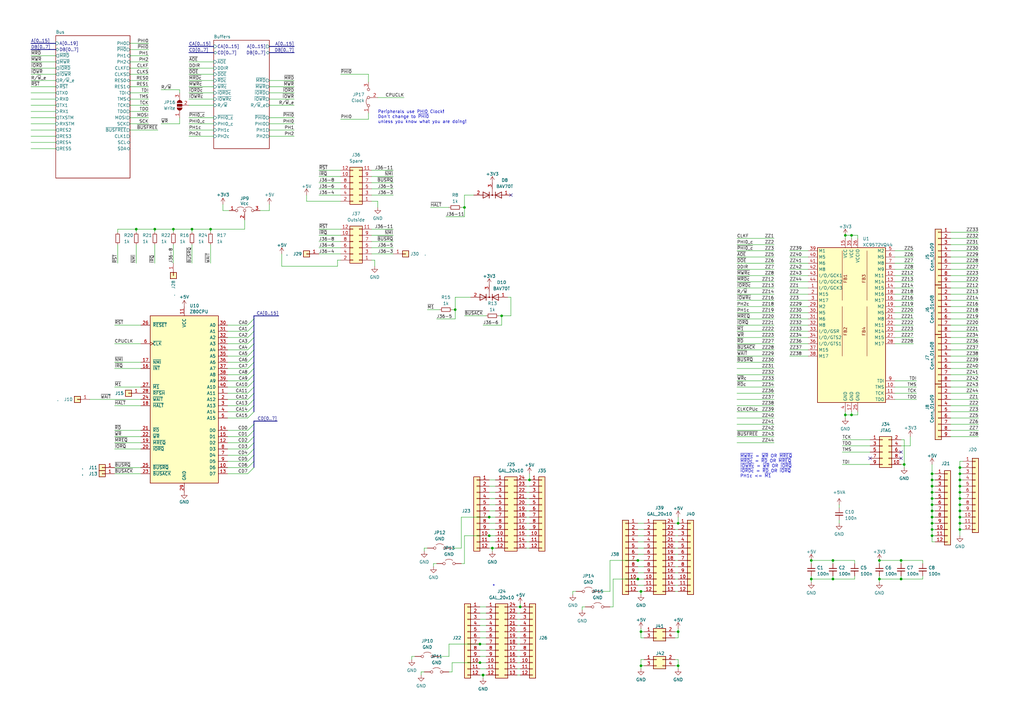
<source format=kicad_sch>
(kicad_sch (version 20231120) (generator "eeschema") (generator_version "8.0")
  (paper "A3")
  (title_block (title "Unicomp v3 - Z80 Board") (date "2023-06-29") (rev "v1.0") (company "100% Offner") (comment 1 "v1: Initial"))
  (junction (at 196.85 264.16))
  (junction (at 360.68 229.87))
  (junction (at 346.71 96.52))
  (junction (at 382.27 219.71))
  (junction (at 370.84 190.5))
  (junction (at 393.7 196.85))
  (junction (at 200.66 219.71))
  (junction (at 382.27 196.85))
  (junction (at 63.5 93.98))
  (junction (at 393.7 214.63))
  (junction (at 198.12 276.86))
  (junction (at 261.62 229.87))
  (junction (at 393.7 212.09))
  (junction (at 341.63 229.87))
  (junction (at 393.7 209.55))
  (junction (at 382.27 194.31))
  (junction (at 393.7 191.77))
  (junction (at 262.89 259.08))
  (junction (at 393.7 217.17))
  (junction (at 382.27 214.63))
  (junction (at 382.27 209.55))
  (junction (at 205.74 129.54))
  (junction (at 55.88 93.98))
  (junction (at 382.27 212.09))
  (junction (at 278.13 273.05))
  (junction (at 262.89 242.57))
  (junction (at 393.7 204.47))
  (junction (at 332.74 229.87))
  (junction (at 382.27 199.39))
  (junction (at 393.7 194.31))
  (junction (at 213.36 248.92))
  (junction (at 262.89 273.05))
  (junction (at 190.5 85.09))
  (junction (at 382.27 207.01))
  (junction (at 217.17 196.85))
  (junction (at 382.27 217.17))
  (junction (at 278.13 214.63))
  (junction (at 369.57 229.87))
  (junction (at 393.7 201.93))
  (junction (at 78.74 93.98))
  (junction (at 341.63 237.49))
  (junction (at 349.25 170.18))
  (junction (at 382.27 201.93))
  (junction (at 393.7 199.39))
  (junction (at 196.85 271.78))
  (junction (at 186.69 127))
  (junction (at 278.13 259.08))
  (junction (at 332.74 237.49))
  (junction (at 200.66 212.09))
  (junction (at 360.68 237.49))
  (junction (at 393.7 207.01))
  (junction (at 71.12 93.98))
  (junction (at 86.36 93.98))
  (junction (at 346.71 170.18))
  (junction (at 201.93 224.79))
  (junction (at 349.25 96.52))
  (junction (at 261.62 237.49))
  (junction (at 369.57 237.49))
  (junction (at 382.27 204.47))
  (no_connect (at 369.57 187.96))
  (no_connect (at 356.87 187.96))
  (no_connect (at 369.57 185.42))
  (no_connect (at 209.55 80.01))
  (bus_entry (at 104.14 166.37) (size -2.54 2.54))
  (bus_entry (at 104.14 161.29) (size -2.54 2.54))
  (bus_entry (at 104.14 191.77) (size -2.54 2.54))
  (bus_entry (at 104.14 153.67) (size -2.54 2.54))
  (bus_entry (at 104.14 176.53) (size -2.54 2.54))
  (bus_entry (at 104.14 133.35) (size -2.54 2.54))
  (bus_entry (at 104.14 151.13) (size -2.54 2.54))
  (bus_entry (at 104.14 130.81) (size -2.54 2.54))
  (bus_entry (at 104.14 143.51) (size -2.54 2.54))
  (bus_entry (at 104.14 158.75) (size -2.54 2.54))
  (bus_entry (at 104.14 181.61) (size -2.54 2.54))
  (bus_entry (at 104.14 189.23) (size -2.54 2.54))
  (bus_entry (at 104.14 184.15) (size -2.54 2.54))
  (bus_entry (at 104.14 156.21) (size -2.54 2.54))
  (bus_entry (at 104.14 173.99) (size -2.54 2.54))
  (bus_entry (at 104.14 168.91) (size -2.54 2.54))
  (bus_entry (at 104.14 146.05) (size -2.54 2.54))
  (bus_entry (at 104.14 135.89) (size -2.54 2.54))
  (bus_entry (at 104.14 140.97) (size -2.54 2.54))
  (bus_entry (at 104.14 186.69) (size -2.54 2.54))
  (bus_entry (at 104.14 138.43) (size -2.54 2.54))
  (bus_entry (at 104.14 148.59) (size -2.54 2.54))
  (bus_entry (at 104.14 163.83) (size -2.54 2.54))
  (bus_entry (at 104.14 179.07) (size -2.54 2.54))
  (wire (pts (xy 393.7 207.01) (xy 394.97 207.01)))
  (wire (pts (xy 63.5 93.98) (xy 71.12 93.98)))
  (wire (pts (xy 93.345 191.77) (xy 101.6 191.77)))
  (wire (pts (xy 393.7 209.55) (xy 394.97 209.55)))
  (wire (pts (xy 154.94 82.55) (xy 154.94 85.09)))
  (wire (pts (xy 323.85 107.95) (xy 331.47 107.95)))
  (wire (pts (xy 382.27 201.93) (xy 382.27 204.47)))
  (wire (pts (xy 341.63 229.87) (xy 341.63 231.14)))
  (wire (pts (xy 238.76 248.92) (xy 240.03 248.92)))
  (wire (pts (xy 93.345 148.59) (xy 101.6 148.59)))
  (wire (pts (xy 66.04 36.83) (xy 73.66 36.83)))
  (wire (pts (xy 78.74 93.98) (xy 86.36 93.98)))
  (wire (pts (xy 389.89 113.03) (xy 401.32 113.03)))
  (wire (pts (xy 93.345 186.69) (xy 101.6 186.69)))
  (wire (pts (xy 278.13 224.79) (xy 276.86 224.79)))
  (wire (pts (xy 262.89 273.05) (xy 262.89 274.32)))
  (wire (pts (xy 93.345 179.07) (xy 101.6 179.07)))
  (wire (pts (xy 12.7 40.64) (xy 22.86 40.64)))
  (wire (pts (xy 367.03 140.97) (xy 374.65 140.97)))
  (wire (pts (xy 261.62 242.57) (xy 262.89 242.57)))
  (wire (pts (xy 393.7 212.09) (xy 393.7 214.63)))
  (wire (pts (xy 389.89 130.81) (xy 401.32 130.81)))
  (wire (pts (xy 53.34 40.64) (xy 60.96 40.64)))
  (bus (pts (xy 104.14 172.72) (xy 104.14 173.99)))
  (wire (pts (xy 262.89 259.08) (xy 264.16 259.08)))
  (wire (pts (xy 389.89 123.19) (xy 401.32 123.19)))
  (wire (pts (xy 46.99 194.31) (xy 57.785 194.31)))
  (wire (pts (xy 393.7 196.85) (xy 393.7 199.39)))
  (wire (pts (xy 152.4 72.39) (xy 161.29 72.39)))
  (wire (pts (xy 130.81 80.01) (xy 139.7 80.01)))
  (wire (pts (xy 196.85 269.24) (xy 199.39 269.24)))
  (wire (pts (xy 12.7 55.88) (xy 22.86 55.88)))
  (wire (pts (xy 213.36 264.16) (xy 212.09 264.16)))
  (bus (pts (xy 110.49 21.59) (xy 120.65 21.59)))
  (wire (pts (xy 130.81 96.52) (xy 139.7 96.52)))
  (bus (pts (xy 104.14 184.15) (xy 104.14 186.69)))
  (wire (pts (xy 389.89 100.33) (xy 401.32 100.33)))
  (wire (pts (xy 213.36 256.54) (xy 212.09 256.54)))
  (wire (pts (xy 278.13 219.71) (xy 276.86 219.71)))
  (wire (pts (xy 78.74 107.95) (xy 78.74 100.33)))
  (wire (pts (xy 261.62 229.87) (xy 264.16 229.87)))
  (wire (pts (xy 367.03 135.89) (xy 374.65 135.89)))
  (wire (pts (xy 110.49 35.56) (xy 120.65 35.56)))
  (wire (pts (xy 323.85 143.51) (xy 331.47 143.51)))
  (wire (pts (xy 373.38 179.07) (xy 373.38 182.88)))
  (wire (pts (xy 77.47 30.48) (xy 87.63 30.48)))
  (wire (pts (xy 168.91 269.24) (xy 170.18 269.24)))
  (wire (pts (xy 66.04 50.8) (xy 73.66 50.8)))
  (wire (pts (xy 389.89 153.67) (xy 401.32 153.67)))
  (wire (pts (xy 382.27 219.71) (xy 383.54 219.71)))
  (wire (pts (xy 345.44 182.88) (xy 356.87 182.88)))
  (wire (pts (xy 190.5 88.9) (xy 190.5 85.09)))
  (wire (pts (xy 200.66 201.93) (xy 203.2 201.93)))
  (wire (pts (xy 262.89 270.51) (xy 262.89 273.05)))
  (bus (pts (xy 113.665 172.72) (xy 104.14 172.72)))
  (wire (pts (xy 323.85 110.49) (xy 331.47 110.49)))
  (wire (pts (xy 53.34 33.02) (xy 60.96 33.02)))
  (wire (pts (xy 332.74 238.76) (xy 332.74 237.49)))
  (wire (pts (xy 93.345 171.45) (xy 101.6 171.45)))
  (wire (pts (xy 173.99 224.79) (xy 175.26 224.79)))
  (bus (pts (xy 104.14 138.43) (xy 104.14 135.89)))
  (wire (pts (xy 125.73 80.01) (xy 125.73 82.55)))
  (wire (pts (xy 302.26 166.37) (xy 317.5 166.37)))
  (wire (pts (xy 261.62 232.41) (xy 264.16 232.41)))
  (wire (pts (xy 302.26 100.33) (xy 317.5 100.33)))
  (wire (pts (xy 278.13 237.49) (xy 276.86 237.49)))
  (wire (pts (xy 332.74 237.49) (xy 341.63 237.49)))
  (wire (pts (xy 213.36 248.92) (xy 212.09 248.92)))
  (wire (pts (xy 189.23 224.79) (xy 189.23 212.09)))
  (wire (pts (xy 302.26 120.65) (xy 317.5 120.65)))
  (wire (pts (xy 369.57 180.34) (xy 370.84 180.34)))
  (wire (pts (xy 198.12 133.35) (xy 205.74 133.35)))
  (wire (pts (xy 196.85 264.16) (xy 199.39 264.16)))
  (wire (pts (xy 389.89 110.49) (xy 401.32 110.49)))
  (wire (pts (xy 12.7 35.56) (xy 22.86 35.56)))
  (wire (pts (xy 302.26 102.87) (xy 317.5 102.87)))
  (bus (pts (xy 104.14 146.05) (xy 104.14 143.51)))
  (wire (pts (xy 77.47 25.4) (xy 87.63 25.4)))
  (wire (pts (xy 130.81 74.93) (xy 139.7 74.93)))
  (wire (pts (xy 262.89 257.81) (xy 262.89 259.08)))
  (wire (pts (xy 91.44 83.82) (xy 91.44 86.36)))
  (wire (pts (xy 110.49 48.26) (xy 120.65 48.26)))
  (wire (pts (xy 278.13 259.08) (xy 276.86 259.08)))
  (wire (pts (xy 53.34 17.78) (xy 60.96 17.78)))
  (bus (pts (xy 104.14 166.37) (xy 104.14 163.83)))
  (wire (pts (xy 217.17 204.47) (xy 215.9 204.47)))
  (bus (pts (xy 104.14 153.67) (xy 104.14 151.13)))
  (wire (pts (xy 261.62 240.03) (xy 264.16 240.03)))
  (wire (pts (xy 369.57 237.49) (xy 378.46 237.49)))
  (wire (pts (xy 213.36 266.7) (xy 212.09 266.7)))
  (wire (pts (xy 370.84 190.5) (xy 370.84 191.77)))
  (wire (pts (xy 152.4 101.6) (xy 161.29 101.6)))
  (wire (pts (xy 346.71 96.52) (xy 346.71 97.79)))
  (wire (pts (xy 278.13 273.05) (xy 278.13 274.32)))
  (wire (pts (xy 262.89 243.84) (xy 262.89 242.57)))
  (wire (pts (xy 172.72 276.86) (xy 172.72 275.59)))
  (bus (pts (xy 110.49 19.05) (xy 120.65 19.05)))
  (wire (pts (xy 394.97 189.23) (xy 393.7 189.23)))
  (wire (pts (xy 53.34 25.4) (xy 60.96 25.4)))
  (wire (pts (xy 278.13 261.62) (xy 276.86 261.62)))
  (wire (pts (xy 77.47 43.18) (xy 87.63 43.18)))
  (wire (pts (xy 367.03 113.03) (xy 374.65 113.03)))
  (wire (pts (xy 110.49 33.02) (xy 120.65 33.02)))
  (wire (pts (xy 217.17 207.01) (xy 215.9 207.01)))
  (wire (pts (xy 261.62 222.25) (xy 264.16 222.25)))
  (wire (pts (xy 217.17 199.39) (xy 215.9 199.39)))
  (wire (pts (xy 93.345 189.23) (xy 101.6 189.23)))
  (wire (pts (xy 200.66 204.47) (xy 203.2 204.47)))
  (wire (pts (xy 93.345 158.75) (xy 101.6 158.75)))
  (wire (pts (xy 86.36 107.95) (xy 86.36 100.33)))
  (wire (pts (xy 152.4 93.98) (xy 161.29 93.98)))
  (wire (pts (xy 349.25 96.52) (xy 349.25 97.79)))
  (wire (pts (xy 93.345 133.35) (xy 101.6 133.35)))
  (wire (pts (xy 360.68 229.87) (xy 369.57 229.87)))
  (wire (pts (xy 389.89 173.99) (xy 401.32 173.99)))
  (wire (pts (xy 77.47 50.8) (xy 87.63 50.8)))
  (wire (pts (xy 217.17 217.17) (xy 215.9 217.17)))
  (wire (pts (xy 77.47 38.1) (xy 87.63 38.1)))
  (wire (pts (xy 382.27 214.63) (xy 383.54 214.63)))
  (wire (pts (xy 205.74 129.54) (xy 204.47 129.54)))
  (wire (pts (xy 393.7 204.47) (xy 394.97 204.47)))
  (wire (pts (xy 55.88 93.98) (xy 63.5 93.98)))
  (wire (pts (xy 302.26 97.79) (xy 317.5 97.79)))
  (bus (pts (xy 104.14 186.69) (xy 104.14 189.23)))
  (wire (pts (xy 261.62 217.17) (xy 264.16 217.17)))
  (wire (pts (xy 262.89 259.08) (xy 262.89 261.62)))
  (wire (pts (xy 86.36 93.98) (xy 86.36 95.25)))
  (wire (pts (xy 71.12 93.98) (xy 78.74 93.98)))
  (wire (pts (xy 217.17 214.63) (xy 215.9 214.63)))
  (wire (pts (xy 152.4 99.06) (xy 161.29 99.06)))
  (wire (pts (xy 393.7 217.17) (xy 394.97 217.17)))
  (wire (pts (xy 234.95 242.57) (xy 236.22 242.57)))
  (wire (pts (xy 53.34 48.26) (xy 60.96 48.26)))
  (wire (pts (xy 177.8 231.14) (xy 179.07 231.14)))
  (wire (pts (xy 382.27 207.01) (xy 382.27 209.55)))
  (wire (pts (xy 393.7 207.01) (xy 393.7 209.55)))
  (wire (pts (xy 323.85 130.81) (xy 331.47 130.81)))
  (wire (pts (xy 302.26 138.43) (xy 317.5 138.43)))
  (bus (pts (xy 12.7 20.32) (xy 22.86 20.32)))
  (wire (pts (xy 177.8 232.41) (xy 177.8 231.14)))
  (bus (pts (xy 104.14 140.97) (xy 104.14 138.43)))
  (wire (pts (xy 250.19 229.87) (xy 261.62 229.87)))
  (wire (pts (xy 278.13 234.95) (xy 276.86 234.95)))
  (wire (pts (xy 130.81 93.98) (xy 139.7 93.98)))
  (wire (pts (xy 278.13 222.25) (xy 276.86 222.25)))
  (wire (pts (xy 154.94 40.005) (xy 165.735 40.005)))
  (wire (pts (xy 262.89 261.62) (xy 264.16 261.62)))
  (wire (pts (xy 115.57 104.14) (xy 115.57 109.22)))
  (wire (pts (xy 184.15 275.59) (xy 185.42 275.59)))
  (wire (pts (xy 393.7 201.93) (xy 394.97 201.93)))
  (wire (pts (xy 393.7 196.85) (xy 394.97 196.85)))
  (wire (pts (xy 389.89 135.89) (xy 401.32 135.89)))
  (wire (pts (xy 261.62 237.49) (xy 264.16 237.49)))
  (wire (pts (xy 153.67 106.68) (xy 153.67 109.22)))
  (wire (pts (xy 261.62 227.33) (xy 264.16 227.33)))
  (wire (pts (xy 360.68 229.87) (xy 360.68 231.14)))
  (bus (pts (xy 104.14 161.29) (xy 104.14 158.75)))
  (wire (pts (xy 382.27 209.55) (xy 383.54 209.55)))
  (wire (pts (xy 175.26 127) (xy 180.34 127)))
  (wire (pts (xy 186.69 127) (xy 185.42 127)))
  (wire (pts (xy 302.26 179.07) (xy 317.5 179.07)))
  (wire (pts (xy 125.73 82.55) (xy 139.7 82.55)))
  (bus (pts (xy 104.14 181.61) (xy 104.14 184.15)))
  (wire (pts (xy 367.03 125.73) (xy 374.65 125.73)))
  (wire (pts (xy 323.85 118.11) (xy 331.47 118.11)))
  (wire (pts (xy 346.71 96.52) (xy 349.25 96.52)))
  (wire (pts (xy 46.99 176.53) (xy 57.785 176.53)))
  (wire (pts (xy 323.85 125.73) (xy 331.47 125.73)))
  (wire (pts (xy 393.7 214.63) (xy 393.7 217.17)))
  (wire (pts (xy 93.345 135.89) (xy 101.6 135.89)))
  (wire (pts (xy 350.52 229.87) (xy 350.52 231.14)))
  (wire (pts (xy 12.7 22.86) (xy 22.86 22.86)))
  (wire (pts (xy 77.47 35.56) (xy 87.63 35.56)))
  (wire (pts (xy 302.26 128.27) (xy 317.5 128.27)))
  (wire (pts (xy 185.42 271.78) (xy 196.85 271.78)))
  (bus (pts (xy 104.14 133.35) (xy 104.14 130.81)))
  (wire (pts (xy 302.26 105.41) (xy 317.5 105.41)))
  (wire (pts (xy 367.03 102.87) (xy 374.65 102.87)))
  (wire (pts (xy 93.345 140.97) (xy 101.6 140.97)))
  (wire (pts (xy 323.85 138.43) (xy 331.47 138.43)))
  (wire (pts (xy 302.26 115.57) (xy 317.5 115.57)))
  (wire (pts (xy 341.63 237.49) (xy 341.63 236.22)))
  (wire (pts (xy 110.49 53.34) (xy 120.65 53.34)))
  (wire (pts (xy 323.85 140.97) (xy 331.47 140.97)))
  (wire (pts (xy 130.81 101.6) (xy 139.7 101.6)))
  (wire (pts (xy 12.7 38.1) (xy 22.86 38.1)))
  (wire (pts (xy 382.27 214.63) (xy 382.27 217.17)))
  (wire (pts (xy 393.7 204.47) (xy 393.7 207.01)))
  (wire (pts (xy 393.7 189.23) (xy 393.7 191.77)))
  (wire (pts (xy 367.03 133.35) (xy 374.65 133.35)))
  (wire (pts (xy 323.85 102.87) (xy 331.47 102.87)))
  (wire (pts (xy 238.76 250.19) (xy 238.76 248.92)))
  (wire (pts (xy 200.66 209.55) (xy 203.2 209.55)))
  (wire (pts (xy 262.89 242.57) (xy 264.16 242.57)))
  (wire (pts (xy 93.345 156.21) (xy 101.6 156.21)))
  (wire (pts (xy 323.85 135.89) (xy 331.47 135.89)))
  (wire (pts (xy 77.47 55.88) (xy 87.63 55.88)))
  (wire (pts (xy 182.88 88.9) (xy 190.5 88.9)))
  (wire (pts (xy 152.4 69.85) (xy 161.29 69.85)))
  (wire (pts (xy 351.79 170.18) (xy 351.79 168.91)))
  (wire (pts (xy 389.89 158.75) (xy 401.32 158.75)))
  (wire (pts (xy 115.57 109.22) (xy 138.43 109.22)))
  (wire (pts (xy 213.36 276.86) (xy 212.09 276.86)))
  (wire (pts (xy 341.63 229.87) (xy 350.52 229.87)))
  (wire (pts (xy 198.12 278.13) (xy 198.12 276.86)))
  (wire (pts (xy 369.57 237.49) (xy 369.57 236.22)))
  (wire (pts (xy 46.99 151.13) (xy 57.785 151.13)))
  (wire (pts (xy 393.7 199.39) (xy 394.97 199.39)))
  (wire (pts (xy 250.19 248.92) (xy 251.46 248.92)))
  (wire (pts (xy 201.93 224.79) (xy 203.2 224.79)))
  (wire (pts (xy 151.13 33.655) (xy 151.13 30.48)))
  (wire (pts (xy 302.26 173.99) (xy 317.5 173.99)))
  (wire (pts (xy 93.345 166.37) (xy 101.6 166.37)))
  (wire (pts (xy 139.7 48.895) (xy 151.13 48.895)))
  (wire (pts (xy 93.345 194.31) (xy 101.6 194.31)))
  (wire (pts (xy 53.34 22.86) (xy 60.96 22.86)))
  (wire (pts (xy 393.7 201.93) (xy 393.7 204.47)))
  (wire (pts (xy 382.27 217.17) (xy 382.27 219.71)))
  (wire (pts (xy 152.4 74.93) (xy 161.29 74.93)))
  (wire (pts (xy 323.85 133.35) (xy 331.47 133.35)))
  (wire (pts (xy 349.25 170.18) (xy 351.79 170.18)))
  (wire (pts (xy 12.7 60.96) (xy 22.86 60.96)))
  (wire (pts (xy 389.89 176.53) (xy 401.32 176.53)))
  (wire (pts (xy 217.17 222.25) (xy 215.9 222.25)))
  (wire (pts (xy 367.03 105.41) (xy 374.65 105.41)))
  (wire (pts (xy 360.68 237.49) (xy 360.68 236.22)))
  (wire (pts (xy 349.25 96.52) (xy 351.79 96.52)))
  (wire (pts (xy 190.5 80.01) (xy 190.5 85.09)))
  (wire (pts (xy 205.74 133.35) (xy 205.74 129.54)))
  (wire (pts (xy 46.99 148.59) (xy 57.785 148.59)))
  (bus (pts (xy 104.14 179.07) (xy 104.14 181.61)))
  (wire (pts (xy 367.03 156.21) (xy 375.92 156.21)))
  (wire (pts (xy 200.66 214.63) (xy 203.2 214.63)))
  (wire (pts (xy 262.89 273.05) (xy 264.16 273.05)))
  (wire (pts (xy 302.26 156.21) (xy 317.5 156.21)))
  (wire (pts (xy 110.49 43.18) (xy 120.65 43.18)))
  (bus (pts (xy 12.7 17.78) (xy 22.86 17.78)))
  (wire (pts (xy 382.27 212.09) (xy 382.27 214.63)))
  (wire (pts (xy 302.26 107.95) (xy 317.5 107.95)))
  (wire (pts (xy 190.5 219.71) (xy 200.66 219.71)))
  (wire (pts (xy 278.13 257.81) (xy 278.13 259.08)))
  (wire (pts (xy 278.13 270.51) (xy 276.86 270.51)))
  (wire (pts (xy 393.7 209.55) (xy 393.7 212.09)))
  (wire (pts (xy 217.17 201.93) (xy 215.9 201.93)))
  (wire (pts (xy 251.46 237.49) (xy 261.62 237.49)))
  (wire (pts (xy 382.27 222.25) (xy 383.54 222.25)))
  (wire (pts (xy 302.26 146.05) (xy 317.5 146.05)))
  (wire (pts (xy 349.25 170.18) (xy 349.25 168.91)))
  (wire (pts (xy 196.85 274.32) (xy 199.39 274.32)))
  (wire (pts (xy 389.89 151.13) (xy 401.32 151.13)))
  (wire (pts (xy 53.34 45.72) (xy 60.96 45.72)))
  (wire (pts (xy 184.15 269.24) (xy 184.15 264.16)))
  (wire (pts (xy 302.26 161.29) (xy 317.5 161.29)))
  (wire (pts (xy 46.99 184.15) (xy 57.785 184.15)))
  (wire (pts (xy 389.89 125.73) (xy 401.32 125.73)))
  (wire (pts (xy 130.81 99.06) (xy 139.7 99.06)))
  (wire (pts (xy 302.26 125.73) (xy 317.5 125.73)))
  (wire (pts (xy 36.83 163.83) (xy 57.785 163.83)))
  (wire (pts (xy 46.99 181.61) (xy 57.785 181.61)))
  (wire (pts (xy 382.27 199.39) (xy 382.27 201.93)))
  (wire (pts (xy 382.27 212.09) (xy 383.54 212.09)))
  (wire (pts (xy 53.34 30.48) (xy 60.96 30.48)))
  (wire (pts (xy 200.66 199.39) (xy 203.2 199.39)))
  (wire (pts (xy 393.7 194.31) (xy 393.7 196.85)))
  (wire (pts (xy 213.36 259.08) (xy 212.09 259.08)))
  (wire (pts (xy 130.81 69.85) (xy 139.7 69.85)))
  (wire (pts (xy 323.85 123.19) (xy 331.47 123.19)))
  (wire (pts (xy 389.89 140.97) (xy 401.32 140.97)))
  (wire (pts (xy 93.345 138.43) (xy 101.6 138.43)))
  (wire (pts (xy 302.26 133.35) (xy 317.5 133.35)))
  (wire (pts (xy 217.17 219.71) (xy 215.9 219.71)))
  (wire (pts (xy 77.47 53.34) (xy 87.63 53.34)))
  (wire (pts (xy 46.99 140.97) (xy 57.785 140.97)))
  (wire (pts (xy 152.4 80.01) (xy 161.29 80.01)))
  (bus (pts (xy 104.14 129.54) (xy 114.3 129.54)))
  (wire (pts (xy 389.89 161.29) (xy 401.32 161.29)))
  (wire (pts (xy 389.89 166.37) (xy 401.32 166.37)))
  (wire (pts (xy 196.85 251.46) (xy 199.39 251.46)))
  (wire (pts (xy 200.66 196.85) (xy 203.2 196.85)))
  (wire (pts (xy 323.85 113.03) (xy 331.47 113.03)))
  (wire (pts (xy 302.26 143.51) (xy 317.5 143.51)))
  (wire (pts (xy 213.36 271.78) (xy 212.09 271.78)))
  (wire (pts (xy 234.95 243.84) (xy 234.95 242.57)))
  (wire (pts (xy 302.26 123.19) (xy 317.5 123.19)))
  (wire (pts (xy 151.13 46.355) (xy 151.13 48.895)))
  (bus (pts (xy 87.63 19.05) (xy 77.47 19.05)))
  (wire (pts (xy 12.7 58.42) (xy 22.86 58.42)))
  (wire (pts (xy 278.13 242.57) (xy 276.86 242.57)))
  (wire (pts (xy 302.26 158.75) (xy 317.5 158.75)))
  (wire (pts (xy 382.27 196.85) (xy 382.27 199.39)))
  (wire (pts (xy 389.89 107.95) (xy 401.32 107.95)))
  (wire (pts (xy 93.345 153.67) (xy 101.6 153.67)))
  (wire (pts (xy 367.03 107.95) (xy 374.65 107.95)))
  (wire (pts (xy 53.34 38.1) (xy 60.96 38.1)))
  (wire (pts (xy 200.66 219.71) (xy 203.2 219.71)))
  (wire (pts (xy 367.03 115.57) (xy 374.65 115.57)))
  (wire (pts (xy 346.71 170.18) (xy 349.25 170.18)))
  (wire (pts (xy 196.85 261.62) (xy 199.39 261.62)))
  (wire (pts (xy 302.26 113.03) (xy 317.5 113.03)))
  (wire (pts (xy 12.7 50.8) (xy 22.86 50.8)))
  (wire (pts (xy 130.81 72.39) (xy 139.7 72.39)))
  (wire (pts (xy 302.26 110.49) (xy 317.5 110.49)))
  (wire (pts (xy 389.89 163.83) (xy 401.32 163.83)))
  (wire (pts (xy 389.89 168.91) (xy 401.32 168.91)))
  (wire (pts (xy 217.17 224.79) (xy 215.9 224.79)))
  (wire (pts (xy 346.71 168.91) (xy 346.71 170.18)))
  (wire (pts (xy 93.345 181.61) (xy 101.6 181.61)))
  (wire (pts (xy 382.27 196.85) (xy 383.54 196.85)))
  (wire (pts (xy 382.27 209.55) (xy 382.27 212.09)))
  (wire (pts (xy 389.89 171.45) (xy 401.32 171.45)))
  (wire (pts (xy 344.17 207.01) (xy 344.17 208.28)))
  (wire (pts (xy 393.7 214.63) (xy 394.97 214.63)))
  (wire (pts (xy 48.26 95.25) (xy 48.26 93.98)))
  (wire (pts (xy 369.57 190.5) (xy 370.84 190.5)))
  (wire (pts (xy 46.99 191.77) (xy 57.785 191.77)))
  (wire (pts (xy 193.04 121.92) (xy 186.69 121.92)))
  (wire (pts (xy 53.34 50.8) (xy 60.96 50.8)))
  (wire (pts (xy 389.89 95.25) (xy 401.32 95.25)))
  (bus (pts (xy 104.14 176.53) (xy 104.14 179.07)))
  (wire (pts (xy 73.66 48.26) (xy 73.66 50.8)))
  (bus (pts (xy 104.14 163.83) (xy 104.14 161.29)))
  (wire (pts (xy 278.13 212.09) (xy 278.13 214.63)))
  (wire (pts (xy 261.62 219.71) (xy 264.16 219.71)))
  (wire (pts (xy 63.5 107.95) (xy 63.5 100.33)))
  (wire (pts (xy 93.345 163.83) (xy 101.6 163.83)))
  (wire (pts (xy 278.13 259.08) (xy 278.13 261.62)))
  (wire (pts (xy 77.47 48.26) (xy 87.63 48.26)))
  (wire (pts (xy 373.38 182.88) (xy 369.57 182.88)))
  (wire (pts (xy 345.44 180.34) (xy 356.87 180.34)))
  (wire (pts (xy 93.98 86.36) (xy 91.44 86.36)))
  (wire (pts (xy 389.89 133.35) (xy 401.32 133.35)))
  (wire (pts (xy 110.49 83.82) (xy 110.49 86.36)))
  (wire (pts (xy 130.81 77.47) (xy 139.7 77.47)))
  (bus (pts (xy 104.14 143.51) (xy 104.14 140.97)))
  (wire (pts (xy 77.47 40.64) (xy 87.63 40.64)))
  (wire (pts (xy 180.34 269.24) (xy 184.15 269.24)))
  (wire (pts (xy 389.89 118.11) (xy 401.32 118.11)))
  (wire (pts (xy 139.7 30.48) (xy 151.13 30.48)))
  (wire (pts (xy 152.4 77.47) (xy 161.29 77.47)))
  (wire (pts (xy 130.81 104.14) (xy 139.7 104.14)))
  (wire (pts (xy 389.89 148.59) (xy 401.32 148.59)))
  (wire (pts (xy 53.34 53.34) (xy 64.77 53.34)))
  (wire (pts (xy 200.66 207.01) (xy 203.2 207.01)))
  (wire (pts (xy 389.89 143.51) (xy 401.32 143.51)))
  (wire (pts (xy 152.4 106.68) (xy 153.67 106.68)))
  (wire (pts (xy 382.27 219.71) (xy 382.27 222.25)))
  (wire (pts (xy 341.63 237.49) (xy 350.52 237.49)))
  (wire (pts (xy 261.62 214.63) (xy 264.16 214.63)))
  (wire (pts (xy 278.13 232.41) (xy 276.86 232.41)))
  (wire (pts (xy 196.85 266.7) (xy 199.39 266.7)))
  (wire (pts (xy 53.34 35.56) (xy 60.96 35.56)))
  (wire (pts (xy 382.27 204.47) (xy 382.27 207.01)))
  (wire (pts (xy 393.7 191.77) (xy 393.7 194.31)))
  (wire (pts (xy 383.54 194.31) (xy 382.27 194.31)))
  (wire (pts (xy 48.26 107.95) (xy 48.26 100.33)))
  (wire (pts (xy 196.85 271.78) (xy 199.39 271.78)))
  (wire (pts (xy 46.99 166.37) (xy 57.785 166.37)))
  (wire (pts (xy 351.79 96.52) (xy 351.79 97.79)))
  (wire (pts (xy 200.66 212.09) (xy 203.2 212.09)))
  (wire (pts (xy 393.7 194.31) (xy 394.97 194.31)))
  (wire (pts (xy 367.03 120.65) (xy 374.65 120.65)))
  (wire (pts (xy 12.7 53.34) (xy 22.86 53.34)))
  (wire (pts (xy 93.345 184.15) (xy 101.6 184.15)))
  (wire (pts (xy 344.17 213.36) (xy 344.17 214.63)))
  (wire (pts (xy 55.88 107.95) (xy 55.88 100.33)))
  (wire (pts (xy 201.93 226.06) (xy 201.93 224.79)))
  (wire (pts (xy 382.27 201.93) (xy 383.54 201.93)))
  (wire (pts (xy 200.66 222.25) (xy 203.2 222.25)))
  (wire (pts (xy 367.03 123.19) (xy 374.65 123.19)))
  (wire (pts (xy 332.74 237.49) (xy 332.74 236.22)))
  (wire (pts (xy 382.27 194.31) (xy 382.27 196.85)))
  (wire (pts (xy 196.85 248.92) (xy 199.39 248.92)))
  (wire (pts (xy 261.62 224.79) (xy 264.16 224.79)))
  (wire (pts (xy 12.7 33.02) (xy 22.86 33.02)))
  (wire (pts (xy 332.74 229.87) (xy 332.74 231.14)))
  (wire (pts (xy 110.49 38.1) (xy 120.65 38.1)))
  (wire (pts (xy 194.31 80.01) (xy 190.5 80.01)))
  (wire (pts (xy 110.49 50.8) (xy 120.65 50.8)))
  (wire (pts (xy 278.13 273.05) (xy 276.86 273.05)))
  (wire (pts (xy 71.12 93.98) (xy 71.12 95.25)))
  (wire (pts (xy 46.99 133.35) (xy 57.785 133.35)))
  (wire (pts (xy 186.69 121.92) (xy 186.69 127)))
  (wire (pts (xy 93.345 176.53) (xy 101.6 176.53)))
  (wire (pts (xy 71.12 107.95) (xy 71.12 100.33)))
  (wire (pts (xy 93.345 168.91) (xy 101.6 168.91)))
  (wire (pts (xy 12.7 45.72) (xy 22.86 45.72)))
  (wire (pts (xy 152.4 82.55) (xy 154.94 82.55)))
  (wire (pts (xy 278.13 270.51) (xy 278.13 273.05)))
  (wire (pts (xy 389.89 138.43) (xy 401.32 138.43)))
  (bus (pts (xy 87.63 21.59) (xy 77.47 21.59)))
  (wire (pts (xy 367.03 128.27) (xy 374.65 128.27)))
  (wire (pts (xy 382.27 217.17) (xy 383.54 217.17)))
  (wire (pts (xy 345.44 190.5) (xy 356.87 190.5)))
  (wire (pts (xy 262.89 270.51) (xy 264.16 270.51)))
  (wire (pts (xy 46.99 158.75) (xy 57.785 158.75)))
  (wire (pts (xy 196.85 259.08) (xy 199.39 259.08)))
  (bus (pts (xy 104.14 130.81) (xy 104.14 129.54)))
  (wire (pts (xy 302.26 163.83) (xy 317.5 163.83)))
  (bus (pts (xy 104.14 168.91) (xy 104.14 166.37)))
  (wire (pts (xy 302.26 130.81) (xy 317.5 130.81)))
  (wire (pts (xy 346.71 170.18) (xy 346.71 171.45)))
  (wire (pts (xy 185.42 224.79) (xy 189.23 224.79)))
  (wire (pts (xy 185.42 275.59) (xy 185.42 271.78)))
  (wire (pts (xy 278.13 214.63) (xy 276.86 214.63)))
  (wire (pts (xy 213.36 247.65) (xy 213.36 248.92)))
  (wire (pts (xy 190.5 129.54) (xy 199.39 129.54)))
  (wire (pts (xy 389.89 146.05) (xy 401.32 146.05)))
  (wire (pts (xy 261.62 234.95) (xy 264.16 234.95)))
  (wire (pts (xy 302.26 153.67) (xy 317.5 153.67)))
  (wire (pts (xy 110.49 86.36) (xy 106.68 86.36)))
  (wire (pts (xy 152.4 96.52) (xy 161.29 96.52)))
  (wire (pts (xy 213.36 269.24) (xy 212.09 269.24)))
  (wire (pts (xy 367.03 110.49) (xy 374.65 110.49)))
  (wire (pts (xy 93.345 151.13) (xy 101.6 151.13)))
  (wire (pts (xy 250.19 242.57) (xy 250.19 229.87)))
  (wire (pts (xy 389.89 105.41) (xy 401.32 105.41)))
  (wire (pts (xy 77.47 27.94) (xy 87.63 27.94)))
  (wire (pts (xy 246.38 242.57) (xy 250.19 242.57)))
  (wire (pts (xy 378.46 237.49) (xy 378.46 236.22)))
  (wire (pts (xy 389.89 115.57) (xy 401.32 115.57)))
  (wire (pts (xy 55.88 93.98) (xy 55.88 95.25)))
  (wire (pts (xy 360.68 237.49) (xy 369.57 237.49)))
  (bus (pts (xy 104.14 158.75) (xy 104.14 156.21)))
  (wire (pts (xy 209.55 129.54) (xy 209.55 121.92)))
  (wire (pts (xy 179.07 130.81) (xy 186.69 130.81)))
  (wire (pts (xy 46.99 179.07) (xy 57.785 179.07)))
  (wire (pts (xy 93.345 146.05) (xy 101.6 146.05)))
  (wire (pts (xy 302.26 151.13) (xy 317.5 151.13)))
  (wire (pts (xy 302.26 181.61) (xy 317.5 181.61)))
  (wire (pts (xy 278.13 240.03) (xy 276.86 240.03)))
  (wire (pts (xy 323.85 105.41) (xy 331.47 105.41)))
  (wire (pts (xy 382.27 207.01) (xy 383.54 207.01)))
  (wire (pts (xy 369.57 229.87) (xy 369.57 231.14)))
  (wire (pts (xy 93.345 161.29) (xy 101.6 161.29)))
  (wire (pts (xy 138.43 106.68) (xy 138.43 109.22)))
  (wire (pts (xy 190.5 231.14) (xy 190.5 219.71)))
  (wire (pts (xy 152.4 104.14) (xy 161.29 104.14)))
  (wire (pts (xy 302.26 135.89) (xy 317.5 135.89)))
  (wire (pts (xy 196.85 276.86) (xy 198.12 276.86)))
  (wire (pts (xy 12.7 43.18) (xy 22.86 43.18)))
  (wire (pts (xy 382.27 190.5) (xy 382.27 194.31)))
  (wire (pts (xy 367.03 163.83) (xy 375.92 163.83)))
  (bus (pts (xy 104.14 148.59) (xy 104.14 146.05)))
  (wire (pts (xy 389.89 120.65) (xy 401.32 120.65)))
  (wire (pts (xy 213.36 261.62) (xy 212.09 261.62)))
  (wire (pts (xy 48.26 93.98) (xy 55.88 93.98)))
  (wire (pts (xy 172.72 275.59) (xy 173.99 275.59)))
  (wire (pts (xy 189.23 212.09) (xy 200.66 212.09)))
  (wire (pts (xy 323.85 146.05) (xy 331.47 146.05)))
  (wire (pts (xy 278.13 217.17) (xy 276.86 217.17)))
  (wire (pts (xy 138.43 106.68) (xy 139.7 106.68)))
  (bus (pts (xy 104.14 151.13) (xy 104.14 148.59)))
  (wire (pts (xy 53.34 20.32) (xy 60.96 20.32)))
  (wire (pts (xy 393.7 191.77) (xy 394.97 191.77)))
  (wire (pts (xy 345.44 185.42) (xy 356.87 185.42)))
  (wire (pts (xy 217.17 194.31) (xy 217.17 196.85)))
  (wire (pts (xy 189.23 231.14) (xy 190.5 231.14)))
  (wire (pts (xy 367.03 138.43) (xy 374.65 138.43)))
  (wire (pts (xy 110.49 40.64) (xy 120.65 40.64)))
  (wire (pts (xy 382.27 199.39) (xy 383.54 199.39)))
  (wire (pts (xy 302.26 140.97) (xy 317.5 140.97)))
  (wire (pts (xy 12.7 25.4) (xy 22.86 25.4)))
  (wire (pts (xy 367.03 130.81) (xy 374.65 130.81)))
  (wire (pts (xy 173.99 226.06) (xy 173.99 224.79)))
  (wire (pts (xy 217.17 196.85) (xy 215.9 196.85)))
  (wire (pts (xy 278.13 227.33) (xy 276.86 227.33)))
  (wire (pts (xy 302.26 148.59) (xy 317.5 148.59)))
  (wire (pts (xy 63.5 93.98) (xy 63.5 95.25)))
  (wire (pts (xy 176.53 85.09) (xy 184.15 85.09)))
  (wire (pts (xy 389.89 128.27) (xy 401.32 128.27)))
  (wire (pts (xy 110.49 55.88) (xy 120.65 55.88)))
  (wire (pts (xy 12.7 27.94) (xy 22.86 27.94)))
  (bus (pts (xy 104.14 135.89) (xy 104.14 133.35)))
  (wire (pts (xy 200.66 224.79) (xy 201.93 224.79)))
  (wire (pts (xy 205.74 129.54) (xy 209.55 129.54)))
  (wire (pts (xy 323.85 128.27) (xy 331.47 128.27)))
  (wire (pts (xy 53.34 43.18) (xy 60.96 43.18)))
  (wire (pts (xy 367.03 118.11) (xy 374.65 118.11)))
  (wire (pts (xy 53.34 27.94) (xy 60.96 27.94)))
  (wire (pts (xy 302.26 168.91) (xy 317.5 168.91)))
  (wire (pts (xy 217.17 209.55) (xy 215.9 209.55)))
  (wire (pts (xy 323.85 120.65) (xy 331.47 120.65)))
  (wire (pts (xy 302.26 118.11) (xy 317.5 118.11)))
  (wire (pts (xy 360.68 237.49) (xy 360.68 238.76)))
  (wire (pts (xy 86.36 93.98) (xy 100.33 93.98)))
  (wire (pts (xy 168.91 270.51) (xy 168.91 269.24)))
  (wire (pts (xy 378.46 229.87) (xy 378.46 231.14)))
  (wire (pts (xy 332.74 229.87) (xy 341.63 229.87)))
  (wire (pts (xy 369.57 229.87) (xy 378.46 229.87)))
  (wire (pts (xy 389.89 97.79) (xy 401.32 97.79)))
  (wire (pts (xy 196.85 256.54) (xy 199.39 256.54)))
  (wire (pts (xy 367.03 158.75) (xy 375.92 158.75)))
  (wire (pts (xy 213.36 274.32) (xy 212.09 274.32)))
  (wire (pts (xy 217.17 212.09) (xy 215.9 212.09)))
  (wire (pts (xy 389.89 156.21) (xy 401.32 156.21)))
  (wire (pts (xy 302.26 171.45) (xy 317.5 171.45)))
  (wire (pts (xy 323.85 115.57) (xy 331.47 115.57)))
  (wire (pts (xy 198.12 276.86) (xy 199.39 276.86)))
  (wire (pts (xy 389.89 102.87) (xy 401.32 102.87)))
  (wire (pts (xy 190.5 85.09) (xy 189.23 85.09)))
  (wire (pts (xy 367.03 161.29) (xy 375.92 161.29)))
  (bus (pts (xy 104.14 156.21) (xy 104.14 153.67)))
  (wire (pts (xy 393.7 212.09) (xy 394.97 212.09)))
  (wire (pts (xy 302.26 176.53) (xy 317.5 176.53)))
  (wire (pts (xy 278.13 229.87) (xy 276.86 229.87)))
  (wire (pts (xy 12.7 48.26) (xy 22.86 48.26)))
  (wire (pts (xy 370.84 180.34) (xy 370.84 190.5)))
  (wire (pts (xy 393.7 199.39) (xy 393.7 201.93)))
  (wire (pts (xy 251.46 248.92) (xy 251.46 237.49)))
  (bus (pts (xy 104.14 173.99) (xy 104.14 176.53)))
  (wire (pts (xy 186.69 130.81) (xy 186.69 127)))
  (wire (pts (xy 213.36 251.46) (xy 212.09 251.46)))
  (wire (pts (xy 93.345 143.51) (xy 101.6 143.51)))
  (wire (pts (xy 393.7 217.17) (xy 393.7 219.71)))
  (wire (pts (xy 213.36 254) (xy 212.09 254)))
  (bus (pts (xy 104.14 189.23) (xy 104.14 191.77)))
  (wire (pts (xy 77.47 33.02) (xy 87.63 33.02)))
  (wire (pts (xy 196.85 254) (xy 199.39 254)))
  (wire (pts (xy 12.7 30.48) (xy 22.86 30.48)))
  (wire (pts (xy 100.33 90.17) (xy 100.33 93.98)))
  (wire (pts (xy 208.28 121.92) (xy 209.55 121.92)))
  (wire (pts (xy 73.66 36.83) (xy 73.66 38.1)))
  (wire (pts (xy 382.27 204.47) (xy 383.54 204.47)))
  (wire (pts (xy 184.15 264.16) (xy 196.85 264.16)))
  (wire (pts (xy 200.66 217.17) (xy 203.2 217.17)))
  (wire (pts (xy 389.89 179.07) (xy 401.32 179.07)))
  (wire (pts (xy 350.52 236.22) (xy 350.52 237.49)))
  (wire (pts (xy 78.74 93.98) (xy 78.74 95.25)))
  (text "~{MWRc} = ~{WR} OR ~{MREQ}\n~{MRDc} = ~{RD} OR ~{MREQ}\n~{IOWRc} = ~{WR} OR ~{IORQ}\n~{IORDc} = ~{RD} OR ~{IORQ}\nPH1c <= ~{M1}" (at 303.53 196.088 0) (effects (font (size 1.27 1.27)) (justify left bottom)))
  (text "*" (at 201.93 241.3 0) (effects (font (size 1.27 1.27)) (justify left bottom)))
  (text "Peripherals use PHI0 Clock!\nDon't change to ~{PHI0}\nunless you know what you are doing!" (at 154.94 50.8 0) (effects (font (size 1.27 1.27)) (justify left bottom)))
  (label "J36-4" (at 130.81 80.01 0))
  (label "~{RST}" (at 130.81 93.98 0))
  (label "CA7" (at 101.6 151.13 180))
  (label "ZZ2" (at 317.5 100.33 180))
  (label "~{IOWR}" (at 12.7 30.48 0))
  (label "ZZ8" (at 401.32 179.07 180))
  (label "~{PHI0}" (at 120.65 48.26 180))
  (label "~{IORDc}" (at 302.26 118.11 0))
  (label "ZZ42" (at 323.85 110.49 0))
  (label "PH2" (at 120.65 55.88 180))
  (label "~{M1}" (at 302.26 135.89 0))
  (label "J36-11" (at 182.88 88.9 0))
  (label "~{IORD}" (at 120.65 38.1 180))
  (label "ZZ19" (at 374.65 125.73 180))
  (label "CD0" (at 101.6 176.53 180))
  (label "ZZ44" (at 323.85 115.57 0))
  (label "~{M1}" (at 175.26 127 0))
  (label "~{BUSFREE}" (at 302.26 179.07 0))
  (label "~{MREQ}" (at 46.99 181.61 0))
  (label "ZZ6" (at 317.5 107.95 180))
  (label "ZZ41" (at 401.32 153.67 180))
  (label "CA[0..15]" (at 114.3 129.54 180))
  (label "TCK" (at 375.92 161.29 180))
  (label "J36-5" (at 179.07 130.81 0))
  (label "ZZ12" (at 317.5 115.57 180))
  (label "ZZ31" (at 317.5 151.13 180))
  (label "J36-11" (at 161.29 93.98 180))
  (label "PHI0" (at 139.7 48.895 0))
  (label "ZZ22" (at 374.65 133.35 180))
  (label "ZZ29" (at 317.5 146.05 180))
  (label "~{MWR}" (at 120.65 35.56 180))
  (label "ZZ44" (at 401.32 161.29 180))
  (label "ZZ38" (at 317.5 166.37 180))
  (label "ZZ12" (at 374.65 113.03 180))
  (label "ZZ1" (at 317.5 97.79 180))
  (label "CLKCPUc" (at 302.26 168.91 0))
  (label "J36-11" (at 161.29 69.85 180))
  (label "ZZ34" (at 323.85 138.43 0))
  (label "ZZ27" (at 401.32 110.49 180))
  (label "~{BUSRQ}" (at 302.26 148.59 0))
  (label "ZZ32" (at 317.5 153.67 180))
  (label "ZZ43" (at 323.85 113.03 0))
  (label "ZZ20" (at 374.65 128.27 180))
  (label "ZZ44" (at 317.5 181.61 180))
  (label "~{WR}" (at 46.99 179.07 0))
  (label "ZZ30" (at 401.32 102.87 180))
  (label "ZZ22" (at 317.5 135.89 180))
  (label "CLKS" (at 60.96 30.48 180))
  (label "ZZ39" (at 317.5 168.91 180))
  (label "~{BUSACK}" (at 46.99 194.31 0))
  (label "~{IRQ}" (at 130.81 96.52 0))
  (label "CA3" (at 101.6 140.97 180))
  (label "DB[0..7]" (at 12.7 20.32 0))
  (label "SCK" (at 60.96 50.8 180))
  (label "PH2c" (at 302.26 125.73 0))
  (label "~{RST}" (at 48.26 107.95 90))
  (label "ZZ21" (at 401.32 135.89 180))
  (label "PH1" (at 60.96 22.86 180))
  (label "TDO" (at 375.92 163.83 180))
  (label "J36-6" (at 130.81 77.47 0))
  (label "PHI0_c" (at 77.47 50.8 0))
  (label "J36-4" (at 130.81 104.14 0))
  (label "CPUCLK" (at 46.99 140.97 0))
  (label "ZZ6" (at 401.32 173.99 180))
  (label "~{IRQ}" (at 63.5 107.95 90))
  (label "ZZ3" (at 323.85 123.19 0))
  (label "~{IORQ}" (at 302.26 133.35 0))
  (label "R{slash}~{W}_e" (at 120.65 43.18 180))
  (label "ZZ18" (at 317.5 125.73 180))
  (label "DDIR" (at 77.47 27.94 0))
  (label "~{BUSRQ}" (at 46.99 191.77 0))
  (label "TDI" (at 60.96 38.1 180))
  (label "~{PHI0_c}" (at 302.26 102.87 0))
  (label "TDO" (at 345.44 182.88 0))
  (label "CD3" (at 101.6 184.15 180))
  (label "~{RST}" (at 12.7 35.56 0))
  (label "ZZ34" (at 317.5 158.75 180))
  (label "ZZ32" (at 323.85 133.35 0))
  (label "ZZ12" (at 401.32 118.11 180))
  (label "R{slash}~{W}_e" (at 12.7 33.02 0))
  (label "CLKF" (at 60.96 27.94 180))
  (label "PH1" (at 120.65 53.34 180))
  (label "~{RST}" (at 130.81 69.85 0))
  (label "~{BUSFREE}" (at 64.77 53.34 180))
  (label "ZZ13" (at 317.5 118.11 180))
  (label "ZZ29" (at 323.85 125.73 0))
  (label "ZZ23" (at 317.5 138.43 180))
  (label "TCK" (at 345.44 180.34 0))
  (label "CD6" (at 101.6 191.77 180))
  (label "ZZ34" (at 401.32 138.43 180))
  (label "CA13" (at 101.6 166.37 180))
  (label "~{IRQ}" (at 46.99 151.13 0))
  (label "~{IOWR}" (at 120.65 40.64 180))
  (label "CA2" (at 101.6 138.43 180))
  (label "~{MRDc}" (at 77.47 33.02 0))
  (label "J36-8" (at 130.81 74.93 0))
  (label "~{IORD}" (at 12.7 27.94 0))
  (label "ZZ5" (at 317.5 105.41 180))
  (label "ZZ1" (at 323.85 118.11 0))
  (label "ZZ7" (at 317.5 110.49 180))
  (label "~{MRD}" (at 120.65 33.02 180))
  (label "TMS" (at 345.44 185.42 0))
  (label "ZZ3" (at 317.5 102.87 180))
  (label "TDI" (at 345.44 190.5 0))
  (label "CD2" (at 101.6 181.61 180))
  (label "CA4" (at 101.6 143.51 180))
  (label "~{IOWRc}" (at 77.47 40.64 0))
  (label "ZZ8" (at 374.65 110.49 180))
  (label "DDIR" (at 302.26 110.49 0))
  (label "~{WAIT}" (at 302.26 146.05 0))
  (label "~{BUSRQ}" (at 78.74 107.95 90))
  (label "RES1" (at 60.96 35.56 180))
  (label "ZZ37" (at 317.5 163.83 180))
  (label "~{HALT}" (at 46.99 166.37 0))
  (label "ZZ42" (at 317.5 176.53 180))
  (label "ZZ3" (at 401.32 168.91 180))
  (label "CA11" (at 101.6 161.29 180))
  (label "~{BUSRQ}" (at 161.29 99.06 180))
  (label "ZZ39" (at 323.85 102.87 0))
  (label "TDO" (at 60.96 45.72 180))
  (label "ZZ27" (at 317.5 140.97 180))
  (label "MOSI" (at 60.96 48.26 180))
  (label "ZZ22" (at 401.32 115.57 180))
  (label "ZZ27" (at 374.65 138.43 180))
  (label "CA[0..15]" (at 77.47 19.05 0))
  (label "ZZ2" (at 323.85 120.65 0))
  (label "ZZ42" (at 401.32 156.21 180))
  (label "CA0" (at 101.6 133.35 180))
  (label "ZZ8" (at 317.5 113.03 180))
  (label "RES0" (at 60.96 33.02 180))
  (label "ZZ36" (at 323.85 140.97 0))
  (label "ZZ7" (at 401.32 176.53 180))
  (label "ZZ19" (at 401.32 130.81 180))
  (label "ZZ43" (at 317.5 179.07 180))
  (label "CD7" (at 101.6 194.31 180))
  (label "~{MWRc}" (at 302.26 113.03 0))
  (label "PH2c" (at 77.47 55.88 0))
  (label "CD[0..7]" (at 113.665 172.72 180))
  (label "J36-5" (at 161.29 77.47 180))
  (label "PHI0" (at 120.65 50.8 180))
  (label "ZZ5" (at 374.65 102.87 180))
  (label "ZZ2" (at 401.32 166.37 180))
  (label "~{DOE}" (at 77.47 30.48 0))
  (label "CD[0..7]" (at 77.47 21.59 0))
  (label "~{AOE}" (at 302.26 105.41 0))
  (label "ZZ38" (at 323.85 146.05 0))
  (label "PHI0" (at 60.96 17.78 180))
  (label "TMS" (at 60.96 40.64 180))
  (label "CD4" (at 101.6 186.69 180))
  (label "ZZ19" (at 317.5 128.27 180))
  (label "ZZ33" (at 323.85 135.89 0))
  (label "~{MWR}" (at 12.7 25.4 0))
  (label "ZZ41" (at 323.85 107.95 0))
  (label "ZZ30" (at 317.5 148.59 180))
  (label "J36-6" (at 130.81 101.6 0))
  (label "~{HALT}" (at 176.53 85.09 0))
  (label "~{DOE}" (at 302.26 107.95 0))
  (label "~{M1}" (at 46.99 158.75 0))
  (label "CLKF" (at 302.26 97.79 0))
  (label "ZZ13" (at 374.65 115.57 180))
  (label "~{IORQ}" (at 46.99 184.15 0))
  (label "TDI" (at 375.92 156.21 180))
  (label "ZZ14" (at 401.32 123.19 180))
  (label "J36-3" (at 161.29 104.14 180))
  (label "PH1c" (at 302.26 128.27 0))
  (label "CA5" (at 101.6 146.05 180))
  (label "CA8" (at 101.6 153.67 180))
  (label "~{NMI}" (at 46.99 148.59 0))
  (label "ZZ37" (at 323.85 143.51 0))
  (label "~{IORDc}" (at 77.47 38.1 0))
  (label "PHI0_c" (at 302.26 100.33 0))
  (label "~{MRDc}" (at 302.26 115.57 0))
  (label "~{MREQ}" (at 302.26 130.81 0))
  (label "ZZ16" (at 317.5 123.19 180))
  (label "~{RST}" (at 46.99 133.35 0))
  (label "ZZ41" (at 317.5 173.99 180))
  (label "ZZ38" (at 401.32 146.05 180))
  (label "ZZ23" (at 374.65 135.89 180))
  (label "ZZ14" (at 374.65 118.11 180))
  (label "CPUCLK" (at 165.735 40.005 180))
  (label "PH1c" (at 77.47 53.34 0))
  (label "ZZ43" (at 401.32 158.75 180))
  (label "~{RD}c" (at 302.26 158.75 0))
  (label "~{NMI}" (at 161.29 96.52 180))
  (label "R{slash}~{W}" (at 302.26 120.65 0))
  (label "J36-8" (at 71.12 107.95 90))
  (label "~{WAIT}" (at 41.275 163.83 0))
  (label "ZZ33" (at 317.5 156.21 180))
  (label "ZZ28" (at 401.32 107.95 180))
  (label "PH2" (at 60.96 25.4 180))
  (label "ZZ33" (at 401.32 95.25 180))
  (label "~{NMI}" (at 55.88 107.95 90))
  (label "CD1" (at 101.6 179.07 180))
  (label "ZZ28" (at 374.65 140.97 180))
  (label "ZZ31" (at 323.85 130.81 0))
  (label "ZZ36" (at 317.5 161.29 180))
  (label "~{NMI}" (at 161.29 72.39 180))
  (label "~{WR}" (at 66.04 50.8 0))
  (label "CD5" (at 101.6 189.23 180))
  (label "ZZ21" (at 374.65 130.81 180))
  (label "ZZ40" (at 323.85 105.41 0))
  (label "~{IOWRc}" (at 302.26 123.19 0))
  (label "ZZ29" (at 401.32 105.41 180))
  (label "J36-8" (at 130.81 99.06 0))
  (label "TMS" (at 375.92 158.75 180))
  (label "ZZ32" (at 401.32 97.79 180))
  (label "ZZ28" (at 317.5 143.51 180))
  (label "ZZ16" (at 401.32 125.73 180))
  (label "ZZ14" (at 317.5 120.65 180))
  (label "~{WAIT}" (at 86.36 107.95 90))
  (label "A[0..15]" (at 12.7 17.78 0))
  (label "ZZ20" (at 401.32 133.35 180))
  (label "J36-6" (at 198.12 133.35 0))
  (label "ZZ7" (at 374.65 107.95 180))
  (label "ZZ18" (at 401.32 128.27 180))
  (label "~{PHI0_c}" (at 77.47 48.26 0))
  (label "ZZ37" (at 401.32 143.51 180))
  (label "ZZ20" (at 317.5 130.81 180))
  (label "~{MRD}" (at 12.7 22.86 0))
  (label "ZZ21" (at 317.5 133.35 180))
  (label "ZZ40" (at 401.32 151.13 180))
  (label "ZZ31" (at 401.32 100.33 180))
  (label "~{BUSRQ}" (at 161.29 74.93 180))
  (label "~{PHI0}" (at 139.7 30.48 0))
  (label "ZZ18" (at 374.65 120.65 180))
  (label "CA10" (at 101.6 158.75 180))
  (label "ZZ40" (at 317.5 171.45 180))
  (label "CA15" (at 101.6 171.45 180))
  (label "CA1" (at 101.6 135.89 180))
  (label "~{AOE}" (at 77.47 25.4 0))
  (label "ZZ39" (at 401.32 148.59 180))
  (label "J36-3" (at 161.29 80.01 180))
  (label "ZZ6" (at 374.65 105.41 180))
  (label "ZZ13" (at 401.32 120.65 180))
  (label "~{WR}" (at 302.26 138.43 0))
  (label "CA12" (at 101.6 163.83 180))
  (label "R{slash}~{W}" (at 66.04 36.83 0))
  (label "~{MWRc}" (at 77.47 35.56 0))
  (label "ZZ30" (at 323.85 128.27 0))
  (label "~{IRQ}" (at 130.81 72.39 0))
  (label "~{RD}" (at 46.99 176.53 0))
  (label "CA14" (at 101.6 168.91 180))
  (label "ZZ1" (at 401.32 163.83 180))
  (label "ZZ23" (at 401.32 113.03 180))
  (label "DB[0..7]" (at 120.65 21.59 180))
  (label "ZZ5" (at 401.32 171.45 180))
  (label "~{WR}c" (at 302.26 156.21 0))
  (label "~{BUSACK}" (at 190.5 129.54 0))
  (label "TCK" (at 60.96 43.18 180))
  (label "A[0..15]" (at 120.65 19.05 180))
  (label "ZZ16" (at 374.65 123.19 180))
  (label "J36-5" (at 161.29 101.6 180))
  (label "CA6" (at 101.6 148.59 180))
  (label "CA9" (at 101.6 156.21 180))
  (label "~{RD}" (at 302.26 140.97 0))
  (label "ZZ36" (at 401.32 140.97 180))
  (label "~{PHI0}" (at 60.96 20.32 180))
  (label "~{BUSACK}" (at 302.26 143.51 0))
  (symbol (lib_id "Diode:BAV70T") (at 200.66 121.92 180) (unit 1)
    (property "Reference" "D10" (at 205.74 115.824 0))
    (property "Value" "BAV70T" (at 205.74 118.364 0))
    (property "Footprint" "Package_TO_SOT_SMD:SOT-23_Handsoldering" (effects (hide yes)))
    (property "Datasheet" "https://assets.nexperia.com/documents/data-sheet/BAV70_SER.pdf" (effects (hide yes)))
    (property "Description" "Dual 100V 150mA high-speed switching diodes, common cathode, SOT-416" (effects (hide yes)))
  )
  (symbol (lib_id "power:GND") (at 168.91 270.51 0) (mirror y) (unit 1)
    (property "Reference" "#PWR056" (effects (hide yes)))
    (property "Value" "GND" (at 168.91 274.9534 0))
  )
  (symbol (lib_id "Device:R_Small") (at 182.88 127 90) (unit 1)
    (property "Reference" "R15" (at 182.88 121.92 90))
    (property "Value" "1k" (at 182.88 124.46 90))
    (property "Footprint" "Resistor_SMD:R_1206_3216Metric_Pad1.30x1.75mm_HandSolder" (effects (hide yes)))
  )
  (symbol (lib_id "Connector_Generic:Conn_01x12") (at 222.25 209.55 0) (unit 1) (in_bom no)
    (property "Reference" "J35" (at 220.472 193.04 0) (effects (justify left)))
    (property "Value" "Conn_01x12" (effects (hide yes)))
    (property "Footprint" "Connector_PinSocket_2.54mm:PinSocket_1x12_P2.54mm_Vertical" (effects (hide yes)))
    (property "Description" "Generic connector, single row, 01x12, script generated (kicad-library-utils/schlib/autogen/connector/)" (effects (hide yes)))
  )
  (symbol (lib_id "power:+3V3") (at 91.44 83.82 0) (unit 1)
    (property "Reference" "#PWR043" (effects (hide yes)))
    (property "Value" "+3V3" (at 91.44 79.875 0))
  )
  (symbol (lib_id "power:GND") (at 173.99 226.06 0) (mirror y) (unit 1)
    (property "Reference" "#PWR059" (effects (hide yes)))
    (property "Value" "GND" (at 173.99 230.5034 0))
  )
  (symbol (lib_name "Jumper_2_Open_1") (lib_id "Jumper:Jumper_2_Open") (at 179.07 275.59 0) (unit 1) (exclude_from_sim yes) (in_bom no)
    (property "Reference" "JP11" (at 179.07 269.24 0))
    (property "Value" "GND" (at 179.07 271.78 0))
    (property "Footprint" "Jumper:SolderJumper-2_P1.3mm_Open_RoundedPad1.0x1.5mm" (effects (hide yes)))
    (property "Description" "Jumper, 2-pole, open" (effects (hide yes)))
  )
  (symbol (lib_id "power:+3V3") (at 373.38 179.07 0) (unit 1)
    (property "Reference" "#PWR048" (effects (hide yes)))
    (property "Value" "+3V3" (at 373.38 175.4942 0))
    (property "Description" "Power symbol creates a global label with name \"+3V3\"" (effects (hide yes)))
  )
  (symbol (lib_id "Connector_Generic:Conn_02x06_Odd_Even") (at 147.32 101.6 180) (unit 1)
    (property "Reference" "J37" (at 146.05 87.63 0))
    (property "Value" "Outside" (at 146.05 90.17 0))
    (property "Footprint" "Connector_PinHeader_2.54mm:PinHeader_2x06_P2.54mm_Horizontal" (effects (hide yes)))
    (property "Description" "Generic connector, double row, 02x06, odd/even pin numbering scheme (row 1 odd numbers, row 2 even numbers), script generated (kicad-library-utils/schlib/autogen/connector/)" (effects (hide yes)))
  )
  (symbol (lib_id "Connector_Generic:Conn_01x01") (at 52.705 161.29 0) (mirror y) (unit 1)
    (property "Reference" "J15" (at 50.8 161.29 0) (effects (justify left)))
    (property "Value" "." (at 45.085 161.29 0) (effects (justify left)))
    (property "Footprint" "Connector_PinHeader_2.00mm:PinHeader_1x01_P2.00mm_Vertical" (effects (hide yes)))
  )
  (symbol (lib_id "Device:C_Small") (at 341.63 233.68 0) (unit 1)
    (property "Reference" "C2" (at 343.9541 232.8516 0) (effects (justify left)))
    (property "Value" "100n" (at 343.9541 235.3885 0) (effects (justify left)))
    (property "Footprint" "Capacitor_SMD:C_1206_3216Metric" (effects (hide yes)))
  )
  (symbol (lib_id "Device:R_Small") (at 48.26 97.79 0) (unit 1)
    (property "Reference" "R20" (at 50.8 96.5199 0) (effects (justify left)))
    (property "Value" "1k" (at 50.8 99.0599 0) (effects (justify left)))
    (property "Footprint" "Resistor_SMD:R_1206_3216Metric_Pad1.30x1.75mm_HandSolder" (effects (hide yes)))
  )
  (symbol (lib_id "Device:R_Small") (at 63.5 97.79 0) (unit 1)
    (property "Reference" "R22" (at 66.04 96.5199 0) (effects (justify left)))
    (property "Value" "1k" (at 66.04 99.0599 0) (effects (justify left)))
    (property "Footprint" "Resistor_SMD:R_1206_3216Metric_Pad1.30x1.75mm_HandSolder" (effects (hide yes)))
  )
  (symbol (lib_id "power:+5V") (at 217.17 194.31 0) (unit 1)
    (property "Reference" "#PWR069" (effects (hide yes)))
    (property "Value" "+5V" (at 217.17 190.7342 0))
  )
  (symbol (lib_id "Connector_Generic:Conn_01x08") (at 384.81 146.05 0) (mirror y) (unit 1) (in_bom no)
    (property "Reference" "J7" (at 380.365 147.955 90) (effects (justify left)))
    (property "Value" "Conn_01x08" (at 382.2669 151.765 90) (effects (justify left)))
    (property "Footprint" "Connector_PinHeader_2.54mm:PinHeader_1x08_P2.54mm_Vertical" (effects (hide yes)))
  )
  (symbol (lib_id "Connector_Generic:Conn_02x05_Odd_Even") (at 361.95 185.42 0) (unit 1)
    (property "Reference" "J34" (at 363.22 173.99 0))
    (property "Value" "JTAG" (at 363.22 176.53 0))
    (property "Footprint" "Connector_PinHeader_2.54mm:PinHeader_2x05_P2.54mm_Horizontal" (effects (hide yes)))
    (property "Description" "Generic connector, double row, 02x05, odd/even pin numbering scheme (row 1 odd numbers, row 2 even numbers), script generated (kicad-library-utils/schlib/autogen/connector/)" (effects (hide yes)))
  )
  (symbol (lib_id "Device:C_Small") (at 344.17 210.82 0) (unit 1)
    (property "Reference" "C10" (at 346.4941 209.9916 0) (effects (justify left)))
    (property "Value" "100n" (at 346.4941 212.5285 0) (effects (justify left)))
    (property "Footprint" "Capacitor_SMD:C_1206_3216Metric" (effects (hide yes)))
    (property "Description" "Unpolarized capacitor, small symbol" (effects (hide yes)))
  )
  (symbol (lib_name "Jumper_2_Open_1") (lib_id "Jumper:Jumper_2_Open") (at 241.3 242.57 0) (unit 1) (exclude_from_sim yes) (in_bom no)
    (property "Reference" "JP14" (at 241.3 236.22 0))
    (property "Value" "GND" (at 241.3 238.76 0))
    (property "Footprint" "Jumper:SolderJumper-2_P1.3mm_Open_RoundedPad1.0x1.5mm" (effects (hide yes)))
    (property "Description" "Jumper, 2-pole, open" (effects (hide yes)))
  )
  (symbol (lib_id "Device:R_Small") (at 201.93 129.54 90) (unit 1)
    (property "Reference" "R13" (at 201.93 124.46 90))
    (property "Value" "1k" (at 201.93 127 90))
    (property "Footprint" "Resistor_SMD:R_1206_3216Metric_Pad1.30x1.75mm_HandSolder" (effects (hide yes)))
  )
  (symbol (lib_id "Device:C_Small") (at 378.46 233.68 0) (unit 1)
    (property "Reference" "C8" (at 380.7841 232.8516 0) (effects (justify left)))
    (property "Value" "100n" (at 380.7841 235.3885 0) (effects (justify left)))
    (property "Footprint" "Capacitor_SMD:C_1206_3216Metric" (effects (hide yes)))
  )
  (symbol (lib_name "Jumper_2_Open_1") (lib_id "Jumper:Jumper_2_Open") (at 184.15 231.14 0) (unit 1) (exclude_from_sim yes) (in_bom no)
    (property "Reference" "JP13" (at 184.15 224.79 0))
    (property "Value" "GND" (at 184.15 227.33 0))
    (property "Footprint" "Jumper:SolderJumper-2_P1.3mm_Open_RoundedPad1.0x1.5mm" (effects (hide yes)))
    (property "Description" "Jumper, 2-pole, open" (effects (hide yes)))
  )
  (symbol (lib_id "Connector_Generic:Conn_02x02_Odd_Even") (at 269.24 259.08 0) (unit 1) (in_bom no)
    (property "Reference" "J41" (at 270.51 256.794 0))
    (property "Value" "Conn_02x02_Odd_Even" (effects (hide yes)))
    (property "Footprint" "Connector_PinSocket_2.54mm:PinSocket_2x02_P2.54mm_Vertical" (effects (hide yes)))
    (property "Description" "Generic connector, double row, 02x02, odd/even pin numbering scheme (row 1 odd numbers, row 2 even numbers), script generated (kicad-library-utils/schlib/autogen/connector/)" (effects (hide yes)))
  )
  (symbol (lib_name "Jumper_2_Open_1") (lib_id "Jumper:Jumper_2_Open") (at 245.11 248.92 0) (unit 1) (exclude_from_sim yes) (in_bom no)
    (property "Reference" "JP15" (at 245.11 242.57 0))
    (property "Value" "GND" (at 245.11 245.11 0))
    (property "Footprint" "Jumper:SolderJumper-2_P1.3mm_Open_RoundedPad1.0x1.5mm" (effects (hide yes)))
    (property "Description" "Jumper, 2-pole, open" (effects (hide yes)))
  )
  (symbol (lib_id "power:+5V") (at 278.13 212.09 0) (unit 1)
    (property "Reference" "#PWR073" (effects (hide yes)))
    (property "Value" "+5V" (at 278.13 208.5142 0))
  )
  (symbol (lib_id "power:GND") (at 262.89 243.84 0) (unit 1)
    (property "Reference" "#PWR072" (effects (hide yes)))
    (property "Value" "GND" (at 262.89 248.2834 0))
  )
  (symbol (lib_id "Device:R_Small") (at 86.36 97.79 0) (unit 1)
    (property "Reference" "R17" (at 88.9 96.5199 0) (effects (justify left)))
    (property "Value" "1k" (at 88.9 99.0599 0) (effects (justify left)))
    (property "Footprint" "Resistor_SMD:R_1206_3216Metric_Pad1.30x1.75mm_HandSolder" (effects (hide yes)))
  )
  (symbol (lib_id "power:+5V") (at 115.57 104.14 0) (unit 1)
    (property "Reference" "#PWR064" (effects (hide yes)))
    (property "Value" "+5V" (at 115.57 100.5642 0))
  )
  (symbol (lib_name "GND_1") (lib_id "power:GND") (at 75.565 201.93 0) (unit 1)
    (property "Reference" "#PWR051" (effects (hide yes)))
    (property "Value" "GND" (at 75.565 205.875 0))
  )
  (symbol (lib_id "Jumper:Jumper_3_Open") (at 100.33 86.36 0) (unit 1) (in_bom no)
    (property "Reference" "JP9" (at 100.33 81.4078 0))
    (property "Value" "Vcc" (at 100.33 83.4558 0))
    (property "Footprint" "Jumper:SolderJumper-3_P1.3mm_Open_RoundedPad1.0x1.5mm_NumberLabels" (effects (hide yes)))
  )
  (symbol (lib_id "Connector_Generic:Conn_02x12_Counter_Clockwise") (at 204.47 261.62 0) (unit 1) (in_bom no)
    (property "Reference" "J24" (at 205.74 242.57 0))
    (property "Value" "GAL_20x10" (at 205.74 245.11 0))
    (property "Footprint" "Package_DIP:DIP-24_W7.62mm" (effects (hide yes)))
    (property "Description" "Generic connector, double row, 02x12, counter clockwise pin numbering scheme (similar to DIP package numbering), script generated (kicad-library-utils/schlib/autogen/connector/)" (effects (hide yes)))
  )
  (symbol (lib_id "Jumper:SolderJumper_3_Open") (at 73.66 43.18 90) (unit 1)
    (property "Reference" "JP16" (at 72.0091 41.9679 90) (effects (justify left)))
    (property "Value" "Write" (at 72.0091 44.3921 90) (effects (justify left)))
    (property "Footprint" "Jumper:SolderJumper-3_P1.3mm_Open_RoundedPad1.0x1.5mm_NumberLabels" (effects (hide yes)))
  )
  (symbol (lib_id "power:+5V") (at 213.36 247.65 0) (unit 1)
    (property "Reference" "#PWR068" (effects (hide yes)))
    (property "Value" "+5V" (at 213.36 244.0742 0))
  )
  (symbol (lib_id "power:+5VA") (at 344.17 207.01 0) (unit 1)
    (property "Reference" "#PWR046" (effects (hide yes)))
    (property "Value" "+5VA" (at 344.17 201.93 0))
    (property "Description" "Power symbol creates a global label with name \"+5VA\"" (effects (hide yes)))
  )
  (symbol (lib_id "power:GND") (at 153.67 109.22 0) (unit 1)
    (property "Reference" "#PWR065" (effects (hide yes)))
    (property "Value" "GND" (at 153.67 113.6634 0))
  )
  (symbol (lib_id "power:+5V") (at 110.49 83.82 0) (unit 1)
    (property "Reference" "#PWR053" (effects (hide yes)))
    (property "Value" "+5V" (at 110.49 79.875 0))
  )
  (symbol (lib_id "power:+5V") (at 262.89 257.81 0) (unit 1)
    (property "Reference" "#PWR074" (effects (hide yes)))
    (property "Value" "+5V" (at 262.89 254.2342 0))
  )
  (symbol (lib_id "Connector_Generic:Conn_01x12") (at 218.44 261.62 0) (unit 1) (in_bom no)
    (property "Reference" "J26" (at 220.98 261.6199 0) (effects (justify left)))
    (property "Value" "Conn_01x12" (effects (hide yes)))
    (property "Footprint" "Connector_PinSocket_2.54mm:PinSocket_1x12_P2.54mm_Vertical" (effects (hide yes)))
    (property "Description" "Generic connector, single row, 01x12, script generated (kicad-library-utils/schlib/autogen/connector/)" (effects (hide yes)))
  )
  (symbol (lib_id "Connector_Generic:Conn_01x12") (at 388.62 207.01 0) (unit 1) (in_bom no)
    (property "Reference" "J21" (at 386.08 190.119 0) (effects (justify left)))
    (property "Value" "Conn_01x12" (effects (hide yes)))
    (property "Footprint" "Connector_PinHeader_2.54mm:PinHeader_1x12_P2.54mm_Vertical" (effects (hide yes)))
  )
  (symbol (lib_id "Device:C_Small") (at 369.57 233.68 0) (unit 1)
    (property "Reference" "C7" (at 371.8941 232.8516 0) (effects (justify left)))
    (property "Value" "100n" (at 371.8941 235.3885 0) (effects (justify left)))
    (property "Footprint" "Capacitor_SMD:C_1206_3216Metric" (effects (hide yes)))
  )
  (symbol (lib_id "power:GND") (at 332.74 238.76 0) (unit 1)
    (property "Reference" "#PWR05" (effects (hide yes)))
    (property "Value" "GND" (at 332.74 243.2034 0))
  )
  (symbol (lib_id "Connector_Generic:Conn_01x12") (at 191.77 261.62 0) (mirror y) (unit 1) (in_bom no)
    (property "Reference" "J22" (at 189.23 261.6199 0) (effects (justify left)))
    (property "Value" "Conn_01x12" (effects (hide yes)))
    (property "Footprint" "Connector_PinSocket_2.54mm:PinSocket_1x12_P2.54mm_Vertical" (effects (hide yes)))
    (property "Description" "Generic connector, single row, 01x12, script generated (kicad-library-utils/schlib/autogen/connector/)" (effects (hide yes)))
  )
  (symbol (lib_id "power:+5V") (at 382.27 190.5 0) (unit 1)
    (property "Reference" "#PWR018" (effects (hide yes)))
    (property "Value" "+5V" (at 382.27 186.9242 0))
  )
  (symbol (lib_id "power:+3V3") (at 346.71 96.52 0) (unit 1)
    (property "Reference" "#PWR01" (effects (hide yes)))
    (property "Value" "+3V3" (at 346.71 92.9442 0))
  )
  (symbol (lib_id "power:GND") (at 370.84 191.77 0) (unit 1)
    (property "Reference" "#PWR044" (effects (hide yes)))
    (property "Value" "GND" (at 370.84 196.2134 0))
    (property "Description" "Power symbol creates a global label with name \"GND\" , ground" (effects (hide yes)))
  )
  (symbol (lib_id "power:GND") (at 198.12 278.13 0) (unit 1)
    (property "Reference" "#PWR066" (effects (hide yes)))
    (property "Value" "GND" (at 198.12 282.5734 0))
  )
  (symbol (lib_id "power:GND") (at 393.7 219.71 0) (mirror y) (unit 1)
    (property "Reference" "#PWR039" (effects (hide yes)))
    (property "Value" "GND" (at 393.7 224.1534 0))
  )
  (symbol (lib_id "Device:R_Small") (at 71.12 97.79 0) (unit 1)
    (property "Reference" "R16" (at 73.66 96.5199 0) (effects (justify left)))
    (property "Value" "1k" (at 73.66 99.0599 0) (effects (justify left)))
    (property "Footprint" "Resistor_SMD:R_1206_3216Metric_Pad1.30x1.75mm_HandSolder" (effects (hide yes)))
  )
  (symbol (lib_id "Connector_Generic:Conn_01x12") (at 400.05 201.93 0) (unit 1) (in_bom no)
    (property "Reference" "J20" (at 397.129 184.404 0) (effects (justify left)))
    (property "Value" "Conn_01x12" (effects (hide yes)))
    (property "Footprint" "Connector_PinHeader_2.54mm:PinHeader_1x12_P2.54mm_Vertical" (effects (hide yes)))
  )
  (symbol (lib_id "Connector_Generic:Conn_01x09") (at 384.81 168.91 0) (mirror y) (unit 1) (in_bom no)
    (property "Reference" "J8" (at 380.365 167.005 90))
    (property "Value" "Conn_01x09" (at 382.27 167.64 90))
    (property "Footprint" "Connector_PinHeader_2.54mm:PinHeader_1x09_P2.54mm_Vertical" (effects (hide yes)))
  )
  (symbol (lib_id "power:+5V") (at 125.73 80.01 0) (unit 1)
    (property "Reference" "#PWR062" (effects (hide yes)))
    (property "Value" "+5V" (at 125.73 76.4342 0))
  )
  (symbol (lib_id "power:+3V3") (at 201.93 74.93 0) (unit 1)
    (property "Reference" "#PWR040" (effects (hide yes)))
    (property "Value" "+3V3" (at 201.93 71.3542 0))
    (property "Description" "Power symbol creates a global label with name \"+3V3\"" (effects (hide yes)))
  )
  (symbol (lib_id "CPU:Z80CPU") (at 75.565 163.83 0) (unit 1)
    (property "Reference" "U10" (at 77.7591 125.3957 0) (effects (justify left)))
    (property "Value" "Z80CPU" (at 77.7591 127.8199 0) (effects (justify left)))
    (property "Footprint" "Package_DIP:DIP-40_W15.24mm_Socket_LongPads" (effects (hide yes)))
    (property "Datasheet" "www.zilog.com/manage_directlink.php?filepath=docs/z80/um0080" (effects (hide yes)))
  )
  (symbol (lib_id "power:GND") (at 154.94 85.09 0) (unit 1)
    (property "Reference" "#PWR063" (effects (hide yes)))
    (property "Value" "GND" (at 154.94 89.5334 0))
  )
  (symbol (lib_id "Connector_Generic:Conn_01x01") (at 166.37 104.14 0) (unit 1)
    (property "Reference" "J30" (at 168.275 104.14 0) (effects (justify left)))
    (property "Value" "." (at 173.99 104.14 0) (effects (justify left)))
    (property "Footprint" "Connector_PinHeader_2.00mm:PinHeader_1x01_P2.00mm_Vertical" (effects (hide yes)))
  )
  (symbol (lib_id "Connector_Generic:Conn_01x01") (at 125.73 104.14 0) (mirror y) (unit 1)
    (property "Reference" "J29" (at 123.825 104.14 0) (effects (justify left)))
    (property "Value" "." (at 118.11 104.14 0) (effects (justify left)))
    (property "Footprint" "Connector_PinHeader_2.00mm:PinHeader_1x01_P2.00mm_Vertical" (effects (hide yes)))
  )
  (symbol (lib_id "Connector_Generic:Conn_01x01") (at 41.91 191.77 0) (mirror y) (unit 1)
    (property "Reference" "J11" (at 40.005 191.77 0) (effects (justify left)))
    (property "Value" "." (at 34.29 191.77 0) (effects (justify left)))
    (property "Footprint" "Connector_PinHeader_2.00mm:PinHeader_1x01_P2.00mm_Vertical" (effects (hide yes)))
  )
  (symbol (lib_id "power:GND") (at 177.8 232.41 0) (mirror y) (unit 1)
    (property "Reference" "#PWR060" (effects (hide yes)))
    (property "Value" "GND" (at 177.8 236.8534 0))
  )
  (symbol (lib_id "Connector_Generic:Conn_01x12") (at 195.58 209.55 0) (mirror y) (unit 1) (in_bom no)
    (property "Reference" "J23" (at 193.04 209.5499 0) (effects (justify left)))
    (property "Value" "Conn_01x12" (effects (hide yes)))
    (property "Footprint" "Connector_PinSocket_2.54mm:PinSocket_1x12_P2.54mm_Vertical" (effects (hide yes)))
    (property "Description" "Generic connector, single row, 01x12, script generated (kicad-library-utils/schlib/autogen/connector/)" (effects (hide yes)))
  )
  (symbol (lib_id "Device:R_Small") (at 55.88 97.79 0) (unit 1)
    (property "Reference" "R21" (at 58.42 96.5199 0) (effects (justify left)))
    (property "Value" "1k" (at 58.42 99.0599 0) (effects (justify left)))
    (property "Footprint" "Resistor_SMD:R_1206_3216Metric_Pad1.30x1.75mm_HandSolder" (effects (hide yes)))
  )
  (symbol (lib_id "Connector_Generic:Conn_01x09") (at 384.81 105.41 0) (mirror y) (unit 1) (in_bom no)
    (property "Reference" "J5" (at 380.365 105.41 90))
    (property "Value" "Conn_01x09" (at 382.2669 105.41 90))
    (property "Footprint" "Connector_PinHeader_2.54mm:PinHeader_1x09_P2.54mm_Vertical" (effects (hide yes)))
  )
  (symbol (lib_id "Connector_Generic:Conn_01x12") (at 283.21 227.33 0) (unit 1) (in_bom no)
    (property "Reference" "J40" (at 281.432 210.82 0) (effects (justify left)))
    (property "Value" "Conn_01x12" (effects (hide yes)))
    (property "Footprint" "Connector_PinSocket_2.54mm:PinSocket_1x12_P2.54mm_Vertical" (effects (hide yes)))
    (property "Description" "Generic connector, single row, 01x12, script generated (kicad-library-utils/schlib/autogen/connector/)" (effects (hide yes)))
  )
  (symbol (lib_id "power:GND") (at 278.13 274.32 0) (unit 1)
    (property "Reference" "#PWR077" (effects (hide yes)))
    (property "Value" "GND" (at 278.13 278.7634 0))
  )
  (symbol (lib_id "Connector_Generic:Conn_02x02_Odd_Even") (at 269.24 270.51 0) (unit 1) (in_bom no)
    (property "Reference" "J42" (at 270.764 267.97 0))
    (property "Value" "Conn_02x02_Odd_Even" (effects (hide yes)))
    (property "Footprint" "Connector_PinSocket_2.54mm:PinSocket_2x02_P2.54mm_Vertical" (effects (hide yes)))
    (property "Description" "Generic connector, double row, 02x02, odd/even pin numbering scheme (row 1 odd numbers, row 2 even numbers), script generated (kicad-library-utils/schlib/autogen/connector/)" (effects (hide yes)))
  )
  (symbol (lib_id "Connector_Generic:Conn_01x01") (at 71.12 113.03 90) (mirror x) (unit 1)
    (property "Reference" "J28" (at 71.12 114.935 0) (effects (justify left)))
    (property "Value" "." (at 71.12 120.65 0) (effects (justify left)))
    (property "Footprint" "Connector_PinHeader_2.00mm:PinHeader_1x01_P2.00mm_Vertical" (effects (hide yes)))
  )
  (symbol (lib_id "power:GND") (at 344.17 214.63 0) (unit 1)
    (property "Reference" "#PWR045" (effects (hide yes)))
    (property "Value" "GND" (at 344.17 219.0734 0))
    (property "Description" "Power symbol creates a global label with name \"GND\" , ground" (effects (hide yes)))
  )
  (symbol (lib_id "power:GND") (at 238.76 250.19 0) (mirror y) (unit 1)
    (property "Reference" "#PWR071" (effects (hide yes)))
    (property "Value" "GND" (at 238.76 254.6334 0))
  )
  (symbol (lib_id "my_ics_new:XC9572VQ44") (at 349.25 130.81 0) (unit 1)
    (property "Reference" "U1" (at 353.8094 97.9002 0) (effects (justify left)))
    (property "Value" "XC9572VQ44" (at 353.8094 100.4371 0) (effects (justify left)))
    (property "Footprint" "Package_QFP:TQFP-44_10x10mm_P0.8mm" (effects (hide yes)))
  )
  (symbol (lib_id "power:GND") (at 360.68 238.76 0) (unit 1)
    (property "Reference" "#PWR06" (effects (hide yes)))
    (property "Value" "GND" (at 360.68 243.2034 0))
  )
  (symbol (lib_id "power:+3V3") (at 360.68 229.87 0) (unit 1)
    (property "Reference" "#PWR04" (effects (hide yes)))
    (property "Value" "+3V3" (at 360.68 226.2942 0))
  )
  (symbol (lib_id "Connector_Generic:Conn_02x12_Counter_Clockwise") (at 208.28 209.55 0) (unit 1) (in_bom no)
    (property "Reference" "J25" (at 209.55 190.5 0))
    (property "Value" "GAL_20x10" (at 209.55 193.04 0))
    (property "Footprint" "Package_DIP:DIP-24_W7.62mm" (effects (hide yes)))
    (property "Description" "Generic connector, double row, 02x12, counter clockwise pin numbering scheme (similar to DIP package numbering), script generated (kicad-library-utils/schlib/autogen/connector/)" (effects (hide yes)))
  )
  (symbol (lib_id "Device:C_Small") (at 350.52 233.68 0) (unit 1)
    (property "Reference" "C5" (at 352.8441 232.8516 0) (effects (justify left)))
    (property "Value" "100n" (at 352.8441 235.3885 0) (effects (justify left)))
    (property "Footprint" "Capacitor_SMD:C_1206_3216Metric" (effects (hide yes)))
  )
  (symbol (lib_id "Device:C_Small") (at 332.74 233.68 0) (unit 1)
    (property "Reference" "C1" (at 335.0641 232.8516 0) (effects (justify left)))
    (property "Value" "100n" (at 335.0641 235.3885 0) (effects (justify left)))
    (property "Footprint" "Capacitor_SMD:C_1206_3216Metric" (effects (hide yes)))
  )
  (symbol (lib_id "Jumper:Jumper_3_Bridged12") (at 151.13 40.005 90) (unit 1)
    (property "Reference" "JP17" (at 149.5039 38.7929 90) (effects (justify left)))
    (property "Value" "Clock" (at 149.5039 41.2171 90) (effects (justify left)))
    (property "Footprint" "Jumper:SolderJumper-3_P1.3mm_Bridged12_RoundedPad1.0x1.5mm" (effects (hide yes)))
  )
  (symbol (lib_id "power:GND") (at 201.93 226.06 0) (unit 1)
    (property "Reference" "#PWR067" (effects (hide yes)))
    (property "Value" "GND" (at 201.93 230.5034 0))
  )
  (symbol (lib_id "Connector_Generic:Conn_01x08") (at 384.81 125.73 0) (mirror y) (unit 1) (in_bom no)
    (property "Reference" "J6" (at 380.365 128.27 90) (effects (justify left)))
    (property "Value" "Conn_01x08" (at 382.27 132.715 90) (effects (justify left)))
    (property "Footprint" "Connector_PinHeader_2.54mm:PinHeader_1x08_P2.54mm_Vertical" (effects (hide yes)))
  )
  (symbol (lib_id "power:GND") (at 262.89 274.32 0) (unit 1)
    (property "Reference" "#PWR075" (effects (hide yes)))
    (property "Value" "GND" (at 262.89 278.7634 0))
  )
  (symbol (lib_id "Connector_Generic:Conn_01x01") (at 41.91 194.31 0) (mirror y) (unit 1)
    (property "Reference" "J13" (at 40.005 194.31 0) (effects (justify left)))
    (property "Value" "." (at 34.29 194.31 0) (effects (justify left)))
    (property "Footprint" "Connector_PinHeader_2.00mm:PinHeader_1x01_P2.00mm_Vertical" (effects (hide yes)))
  )
  (symbol (lib_id "power:GND") (at 172.72 276.86 0) (mirror y) (unit 1)
    (property "Reference" "#PWR057" (effects (hide yes)))
    (property "Value" "GND" (at 172.72 281.3034 0))
  )
  (symbol (lib_id "Connector_Generic:Conn_01x01") (at 31.75 163.83 0) (mirror y) (unit 1)
    (property "Reference" "J10" (at 29.845 163.83 0) (effects (justify left)))
    (property "Value" "." (at 24.13 163.83 0) (effects (justify left)))
    (property "Footprint" "Connector_PinHeader_2.00mm:PinHeader_1x01_P2.00mm_Vertical" (effects (hide yes)))
  )
  (symbol (lib_id "Connector_Generic:Conn_02x06_Odd_Even") (at 147.32 77.47 180) (unit 1) (in_bom no)
    (property "Reference" "J36" (at 146.05 63.5 0))
    (property "Value" "Spare" (at 146.05 66.04 0))
    (property "Footprint" "Connector_PinHeader_2.54mm:PinHeader_2x06_P2.54mm_Vertical" (effects (hide yes)))
    (property "Description" "Generic connector, double row, 02x06, odd/even pin numbering scheme (row 1 odd numbers, row 2 even numbers), script generated (kicad-library-utils/schlib/autogen/connector/)" (effects (hide yes)))
  )
  (symbol (lib_id "Device:R_Small") (at 78.74 97.79 0) (unit 1)
    (property "Reference" "R24" (at 81.28 96.5199 0) (effects (justify left)))
    (property "Value" "1k" (at 81.28 99.0599 0) (effects (justify left)))
    (property "Footprint" "Resistor_SMD:R_1206_3216Metric_Pad1.30x1.75mm_HandSolder" (effects (hide yes)))
  )
  (symbol (lib_name "Jumper_2_Open_1") (lib_id "Jumper:Jumper_2_Open") (at 175.26 269.24 0) (unit 1) (exclude_from_sim yes) (in_bom no)
    (property "Reference" "JP10" (at 175.26 262.89 0))
    (property "Value" "GND" (at 175.26 265.43 0))
    (property "Footprint" "Jumper:SolderJumper-2_P1.3mm_Open_RoundedPad1.0x1.5mm" (effects (hide yes)))
    (property "Description" "Jumper, 2-pole, open" (effects (hide yes)))
  )
  (symbol (lib_id "Device:C_Small") (at 360.68 233.68 0) (unit 1)
    (property "Reference" "C6" (at 363.0041 232.8516 0) (effects (justify left)))
    (property "Value" "100n" (at 363.0041 235.3885 0) (effects (justify left)))
    (property "Footprint" "Capacitor_SMD:C_1206_3216Metric" (effects (hide yes)))
  )
  (symbol (lib_id "power:GND") (at 234.95 243.84 0) (mirror y) (unit 1)
    (property "Reference" "#PWR070" (effects (hide yes)))
    (property "Value" "GND" (at 234.95 248.2834 0))
  )
  (symbol (lib_id "power:+5V") (at 332.74 229.87 0) (unit 1)
    (property "Reference" "#PWR03" (effects (hide yes)))
    (property "Value" "+5V" (at 332.74 226.2942 0))
  )
  (symbol (lib_id "power:+5V") (at 278.13 257.81 0) (mirror y) (unit 1)
    (property "Reference" "#PWR076" (effects (hide yes)))
    (property "Value" "+5V" (at 278.13 254.2342 0))
  )
  (symbol (lib_id "power:+3V3") (at 200.66 116.84 0) (unit 1)
    (property "Reference" "#PWR055" (effects (hide yes)))
    (property "Value" "+3V3" (at 200.66 113.2642 0))
    (property "Description" "Power symbol creates a global label with name \"+3V3\"" (effects (hide yes)))
  )
  (symbol (lib_id "Connector_Generic:Conn_02x12_Counter_Clockwise") (at 269.24 227.33 0) (unit 1) (in_bom no)
    (property "Reference" "J39" (at 270.51 208.28 0))
    (property "Value" "GAL_20x10" (at 270.51 210.82 0))
    (property "Footprint" "Package_DIP:DIP-24_W7.62mm" (effects (hide yes)))
    (property "Description" "Generic connector, double row, 02x12, counter clockwise pin numbering scheme (similar to DIP package numbering), script generated (kicad-library-utils/schlib/autogen/connector/)" (effects (hide yes)))
  )
  (symbol (lib_id "Device:R_Small") (at 186.69 85.09 90) (unit 1)
    (property "Reference" "R8" (at 186.69 80.01 90))
    (property "Value" "1k" (at 186.69 82.55 90))
    (property "Footprint" "Resistor_SMD:R_1206_3216Metric_Pad1.30x1.75mm_HandSolder" (effects (hide yes)))
  )
  (symbol (lib_id "power:GND") (at 346.71 171.45 0) (unit 1)
    (property "Reference" "#PWR02" (effects (hide yes)))
    (property "Value" "GND" (at 346.71 175.8934 0))
  )
  (symbol (lib_name "+5V_1") (lib_id "power:+5V") (at 75.565 125.73 0) (unit 1)
    (property "Reference" "#PWR010" (effects (hide yes)))
    (property "Value" "+5V" (at 75.565 121.785 0))
  )
  (symbol (lib_id "Diode:BAV70T") (at 201.93 80.01 180) (unit 1)
    (property "Reference" "D8" (at 207.01 73.914 0))
    (property "Value" "BAV70T" (at 207.01 76.454 0))
    (property "Footprint" "Package_TO_SOT_SMD:SOT-23_Handsoldering" (effects (hide yes)))
    (property "Datasheet" "https://assets.nexperia.com/documents/data-sheet/BAV70_SER.pdf" (effects (hide yes)))
    (property "Description" "Dual 100V 150mA high-speed switching diodes, common cathode, SOT-416" (effects (hide yes)))
  )
  (symbol (lib_id "Connector_Generic:Conn_01x12") (at 256.54 227.33 0) (mirror y) (unit 1) (in_bom no)
    (property "Reference" "J38" (at 254 227.3299 0) (effects (justify left)))
    (property "Value" "Conn_01x12" (effects (hide yes)))
    (property "Footprint" "Connector_PinSocket_2.54mm:PinSocket_1x12_P2.54mm_Vertical" (effects (hide yes)))
    (property "Description" "Generic connector, single row, 01x12, script generated (kicad-library-utils/schlib/autogen/connector/)" (effects (hide yes)))
  )
  (symbol (lib_name "Jumper_2_Open_1") (lib_id "Jumper:Jumper_2_Open") (at 180.34 224.79 0) (unit 1) (exclude_from_sim yes) (in_bom no)
    (property "Reference" "JP12" (at 180.34 218.44 0))
    (property "Value" "GND" (at 180.34 220.98 0))
    (property "Footprint" "Jumper:SolderJumper-2_P1.3mm_Open_RoundedPad1.0x1.5mm" (effects (hide yes)))
    (property "Description" "Jumper, 2-pole, open" (effects (hide yes)))
  )
  (sheet (at 87.63 16.51) (size 22.86 44.45) (stroke (width 0.1524))
    (property "Sheetname" "Buffers" (at 87.63 15.7984 0) (effects (justify left bottom)))
    (property "Sheetfile" "buffers.kicad_sch" (effects (hide yes)))
    (pin "CD[0..7]" bidirectional (at 87.63 21.59 180))
    (pin "CA[0..15]" input (at 87.63 19.05 180))
    (pin "A[0..15]" output (at 110.49 19.05 0))
    (pin "~{AOE}" input (at 87.63 25.4 180))
    (pin "DDIR" input (at 87.63 27.94 180))
    (pin "~{DOE}" input (at 87.63 30.48 180))
    (pin "~{MRD}" output (at 110.49 33.02 0))
    (pin "~{MWR}" output (at 110.49 35.56 0))
    (pin "R{slash}~{W}_e" output (at 110.49 43.18 0))
    (pin "~{RDc}" input (at 87.63 33.02 180))
    (pin "~{WRc}" input (at 87.63 35.56 180))
    (pin "R{slash}~{W}" input (at 87.63 43.18 180))
    (pin "~{PHI0_c}" input (at 87.63 48.26 180))
    (pin "PHI0_c" input (at 87.63 50.8 180))
    (pin "~{PHI0}" output (at 110.49 48.26 0))
    (pin "PHI0" output (at 110.49 50.8 0))
    (pin "DB[0..7]" bidirectional (at 110.49 21.59 0))
    (pin "~{IOWRc}" input (at 87.63 40.64 180))
    (pin "PH1" output (at 110.49 53.34 0))
    (pin "PH1c" input (at 87.63 53.34 180))
    (pin "PH2c" input (at 87.63 55.88 180))
    (pin "~{IORD}" output (at 110.49 38.1 0))
    (pin "PH2" output (at 110.49 55.88 0))
    (pin "~{IORDc}" input (at 87.63 38.1 180))
    (pin "~{IOWR}" output (at 110.49 40.64 0))
  )
  (sheet (at 22.86 14.605) (size 30.48 58.42) (stroke (width 0.1524))
    (property "Sheetname" "Bus" (at 22.86 13.8934 0) (effects (justify left bottom)))
    (property "Sheetfile" "bus.kicad_sch" (effects (hide yes)))
    (pin "TMS" input (at 53.34 40.64 0))
    (pin "TDO" output (at 53.34 45.72 0))
    (pin "TDI" input (at 53.34 38.1 0))
    (pin "RES0" bidirectional (at 53.34 33.02 0))
    (pin "RES1" bidirectional (at 53.34 35.56 0))
    (pin "TCK" output (at 53.34 43.18 0))
    (pin "MOSI" output (at 53.34 48.26 0))
    (pin "SCK" output (at 53.34 50.8 0))
    (pin "~{MRD}" output (at 22.86 22.86 180))
    (pin "~{IORD}" output (at 22.86 27.94 180))
    (pin "~{IOWR}" output (at 22.86 30.48 180))
    (pin "R{slash}~{W}_e" output (at 22.86 33.02 180))
    (pin "~{MWR}" output (at 22.86 25.4 180))
    (pin "~{RST}" bidirectional (at 22.86 35.56 180))
    (pin "CLKS" output (at 53.34 30.48 0))
    (pin "CLKF" output (at 53.34 27.94 0))
    (pin "PH0" output (at 53.34 17.78 0))
    (pin "~{PH0}" output (at 53.34 20.32 0))
    (pin "~{BUSFREE}" output (at 53.34 53.34 0))
    (pin "RES3" output (at 22.86 55.88 180))
    (pin "SCL" bidirectional (at 53.34 58.42 0))
    (pin "RES5" output (at 22.86 60.96 180))
    (pin "RXSTM" input (at 22.86 50.8 180))
    (pin "RX1" input (at 22.86 45.72 180))
    (pin "RX0" input (at 22.86 40.64 180))
    (pin "DB[0..7]" bidirectional (at 22.86 20.32 180))
    (pin "RES2" output (at 22.86 53.34 180))
    (pin "RES4" output (at 22.86 58.42 180))
    (pin "CLK1" output (at 53.34 55.88 0))
    (pin "TXSTM" output (at 22.86 48.26 180))
    (pin "SDA" bidirectional (at 53.34 60.96 0))
    (pin "TX0" output (at 22.86 38.1 180))
    (pin "TX1" output (at 22.86 43.18 180))
    (pin "A[0..19]" input (at 22.86 17.78 180))
    (pin "PH1" input (at 53.34 22.86 0))
    (pin "PH2" input (at 53.34 25.4 0))
  )
)
</source>
